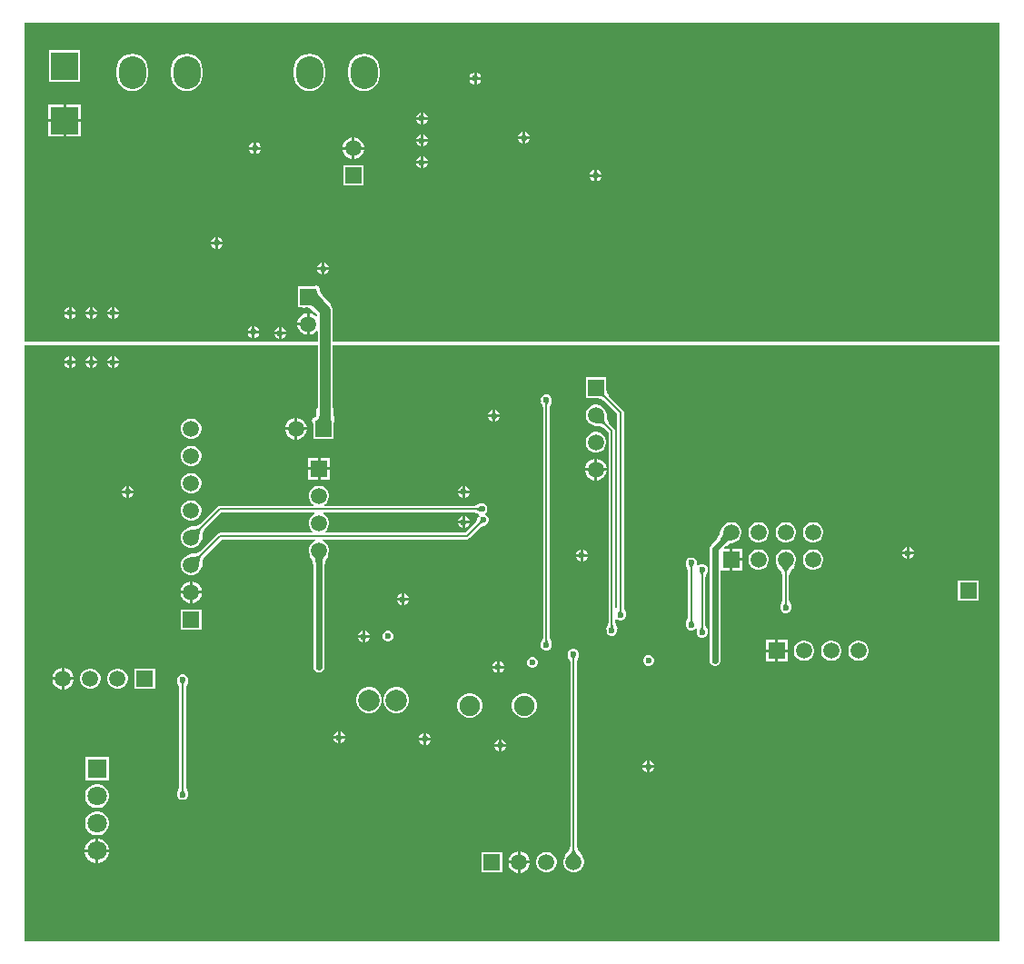
<source format=gbl>
G04*
G04 #@! TF.GenerationSoftware,Altium Limited,Altium Designer,22.2.1 (43)*
G04*
G04 Layer_Physical_Order=2*
G04 Layer_Color=10275833*
%FSLAX24Y24*%
%MOIN*%
G70*
G04*
G04 #@! TF.SameCoordinates,347B6F40-84C8-4AAD-98B2-BBB097A6B523*
G04*
G04*
G04 #@! TF.FilePolarity,Positive*
G04*
G01*
G75*
%ADD12C,0.0079*%
%ADD58C,0.0394*%
%ADD60C,0.0236*%
%ADD63C,0.0591*%
%ADD64R,0.0591X0.0591*%
%ADD65R,0.0591X0.0591*%
%ADD66R,0.0709X0.0709*%
%ADD67C,0.0709*%
%ADD68O,0.1000X0.1200*%
%ADD69R,0.0984X0.0984*%
%ADD70C,0.0750*%
%ADD71C,0.0787*%
%ADD72C,0.0236*%
G36*
X10810Y23992D02*
X10823Y23945D01*
X10843Y23894D01*
X10873Y23839D01*
X10910Y23780D01*
X10956Y23716D01*
X11073Y23575D01*
X11223Y23416D01*
X10915Y23168D01*
X10831Y23249D01*
X10682Y23376D01*
X10617Y23422D01*
X10558Y23456D01*
X10505Y23478D01*
X10459Y23488D01*
X10419Y23486D01*
X10386Y23473D01*
X10359Y23447D01*
X10806Y24034D01*
X10810Y23992D01*
D02*
G37*
G36*
X35884Y22139D02*
X35884Y22089D01*
X11412D01*
Y23228D01*
X11402Y23300D01*
X11374Y23367D01*
X11343Y23408D01*
X11343Y23408D01*
X11344Y23413D01*
X11341Y23432D01*
X11339Y23450D01*
X11337Y23455D01*
X11336Y23460D01*
X11326Y23475D01*
X11317Y23492D01*
X11313Y23495D01*
X11311Y23499D01*
X11163Y23655D01*
X11052Y23789D01*
X11010Y23847D01*
X10977Y23900D01*
X10953Y23946D01*
X10937Y23984D01*
X10929Y24014D01*
X10926Y24046D01*
X10925Y24048D01*
X10925Y24050D01*
X10918Y24071D01*
X10912Y24091D01*
X10911Y24093D01*
X10910Y24095D01*
X10896Y24111D01*
X10882Y24127D01*
X10880Y24128D01*
X10879Y24130D01*
X10860Y24139D01*
X10841Y24149D01*
X10839Y24150D01*
X10837Y24151D01*
X10815Y24152D01*
X10794Y24154D01*
X10792Y24153D01*
X10790Y24154D01*
X10770Y24147D01*
X10749Y24140D01*
X10747Y24139D01*
X10745Y24138D01*
X10729Y24124D01*
X10717Y24114D01*
X10138D01*
Y23366D01*
X10270D01*
X10271Y23365D01*
X10279Y23359D01*
X10286Y23352D01*
X10298Y23345D01*
X10309Y23338D01*
X10319Y23335D01*
X10328Y23331D01*
X10341Y23330D01*
X10355Y23327D01*
X10365Y23329D01*
X10375Y23328D01*
X10388Y23332D01*
X10401Y23335D01*
X10410Y23340D01*
X10419Y23343D01*
X10429Y23352D01*
X10441Y23360D01*
X10448Y23366D01*
X10453D01*
X10469Y23363D01*
X10504Y23348D01*
X10552Y23320D01*
X10608Y23281D01*
X10750Y23160D01*
X10832Y23081D01*
X10845Y23072D01*
X10846Y23072D01*
X10842Y23037D01*
X10793Y23018D01*
X10755Y23056D01*
X10664Y23108D01*
X10564Y23135D01*
X10562D01*
Y22740D01*
Y22345D01*
X10564D01*
X10664Y22372D01*
X10755Y22424D01*
X10806Y22475D01*
X10856Y22454D01*
Y22089D01*
X100D01*
Y33797D01*
X35884D01*
X35884Y22139D01*
D02*
G37*
G36*
X11331Y19511D02*
X11352Y19196D01*
X11357Y19192D01*
X10769D01*
X10801Y19196D01*
X10829Y19207D01*
X10855Y19227D01*
X10876Y19255D01*
X10895Y19290D01*
X10910Y19333D01*
X10922Y19385D01*
X10930Y19444D01*
X10935Y19511D01*
X10937Y19585D01*
X11331D01*
X11331Y19511D01*
D02*
G37*
G36*
X35884Y100D02*
X100D01*
Y21969D01*
X10856D01*
Y19674D01*
X10854Y19672D01*
X10853Y19671D01*
X10852Y19671D01*
X10839Y19652D01*
X10827Y19634D01*
X10826Y19633D01*
X10826Y19632D01*
X10821Y19610D01*
X10816Y19588D01*
X10815Y19516D01*
X10810Y19457D01*
X10803Y19407D01*
X10794Y19367D01*
X10784Y19338D01*
X10775Y19321D01*
X10769Y19313D01*
X10769Y19313D01*
X10754Y19311D01*
X10739Y19306D01*
X10723Y19303D01*
X10717Y19299D01*
X10710Y19296D01*
X10697Y19286D01*
X10684Y19277D01*
X10680Y19271D01*
X10674Y19266D01*
X10667Y19251D01*
X10658Y19238D01*
X10656Y19230D01*
X10653Y19224D01*
X10652Y19208D01*
X10648Y19192D01*
X10650Y19184D01*
X10649Y19177D01*
X10654Y19162D01*
X10658Y19146D01*
X10662Y19139D01*
X10664Y19132D01*
X10675Y19120D01*
X10684Y19107D01*
X10689Y19103D01*
Y18524D01*
X11437D01*
Y19103D01*
X11442Y19107D01*
X11446Y19113D01*
X11452Y19118D01*
X11459Y19132D01*
X11468Y19146D01*
X11470Y19153D01*
X11473Y19159D01*
X11474Y19176D01*
X11477Y19192D01*
X11476Y19199D01*
X11477Y19206D01*
X11472Y19222D01*
X11471Y19226D01*
X11451Y19515D01*
X11451Y19586D01*
X11446Y19609D01*
X11442Y19632D01*
X11442Y19632D01*
X11442Y19632D01*
X11429Y19651D01*
X11416Y19671D01*
X11416Y19671D01*
X11415Y19671D01*
X11412Y19673D01*
Y21969D01*
X35884D01*
X35884Y100D01*
D02*
G37*
%LPC*%
G36*
X16689Y31970D02*
Y31805D01*
X16855D01*
X16824Y31878D01*
X16763Y31940D01*
X16689Y31970D01*
D02*
G37*
G36*
X16589D02*
X16516Y31940D01*
X16454Y31878D01*
X16424Y31805D01*
X16589D01*
Y31970D01*
D02*
G37*
G36*
X2146Y32776D02*
X1004D01*
Y31634D01*
X2146D01*
Y32776D01*
D02*
G37*
G36*
X16855Y31705D02*
X16689D01*
Y31539D01*
X16763Y31570D01*
X16824Y31631D01*
X16855Y31705D01*
D02*
G37*
G36*
X16589D02*
X16424D01*
X16454Y31631D01*
X16516Y31570D01*
X16589Y31539D01*
Y31705D01*
D02*
G37*
G36*
X12557Y32652D02*
X12406Y32632D01*
X12265Y32574D01*
X12144Y32481D01*
X12052Y32360D01*
X11993Y32220D01*
X11973Y32069D01*
Y31869D01*
X11993Y31717D01*
X12052Y31577D01*
X12144Y31456D01*
X12265Y31363D01*
X12406Y31305D01*
X12557Y31285D01*
X12708Y31305D01*
X12849Y31363D01*
X12970Y31456D01*
X13063Y31577D01*
X13121Y31717D01*
X13141Y31869D01*
Y32069D01*
X13121Y32220D01*
X13063Y32360D01*
X12970Y32481D01*
X12849Y32574D01*
X12708Y32632D01*
X12557Y32652D01*
D02*
G37*
G36*
X10557D02*
X10406Y32632D01*
X10265Y32574D01*
X10144Y32481D01*
X10052Y32360D01*
X9993Y32220D01*
X9973Y32069D01*
Y31869D01*
X9993Y31717D01*
X10052Y31577D01*
X10144Y31456D01*
X10265Y31363D01*
X10406Y31305D01*
X10557Y31285D01*
X10708Y31305D01*
X10849Y31363D01*
X10970Y31456D01*
X11063Y31577D01*
X11121Y31717D01*
X11141Y31869D01*
Y32069D01*
X11121Y32220D01*
X11063Y32360D01*
X10970Y32481D01*
X10849Y32574D01*
X10708Y32632D01*
X10557Y32652D01*
D02*
G37*
G36*
X6057D02*
X5906Y32632D01*
X5765Y32574D01*
X5644Y32481D01*
X5552Y32360D01*
X5493Y32220D01*
X5473Y32069D01*
Y31869D01*
X5493Y31717D01*
X5552Y31577D01*
X5644Y31456D01*
X5765Y31363D01*
X5906Y31305D01*
X6057Y31285D01*
X6208Y31305D01*
X6349Y31363D01*
X6470Y31456D01*
X6563Y31577D01*
X6621Y31717D01*
X6641Y31869D01*
Y32069D01*
X6621Y32220D01*
X6563Y32360D01*
X6470Y32481D01*
X6349Y32574D01*
X6208Y32632D01*
X6057Y32652D01*
D02*
G37*
G36*
X4057D02*
X3906Y32632D01*
X3765Y32574D01*
X3644Y32481D01*
X3552Y32360D01*
X3493Y32220D01*
X3473Y32069D01*
Y31869D01*
X3493Y31717D01*
X3552Y31577D01*
X3644Y31456D01*
X3765Y31363D01*
X3906Y31305D01*
X4057Y31285D01*
X4208Y31305D01*
X4349Y31363D01*
X4470Y31456D01*
X4563Y31577D01*
X4621Y31717D01*
X4641Y31869D01*
Y32069D01*
X4621Y32220D01*
X4563Y32360D01*
X4470Y32481D01*
X4349Y32574D01*
X4208Y32632D01*
X4057Y32652D01*
D02*
G37*
G36*
X14735Y30491D02*
Y30326D01*
X14900D01*
X14870Y30399D01*
X14809Y30461D01*
X14735Y30491D01*
D02*
G37*
G36*
X14635D02*
X14561Y30461D01*
X14500Y30399D01*
X14470Y30326D01*
X14635D01*
Y30491D01*
D02*
G37*
G36*
X2167Y30797D02*
X1625D01*
Y30255D01*
X2167D01*
Y30797D01*
D02*
G37*
G36*
X1525D02*
X983D01*
Y30255D01*
X1525D01*
Y30797D01*
D02*
G37*
G36*
X14900Y30226D02*
X14735D01*
Y30060D01*
X14809Y30091D01*
X14870Y30152D01*
X14900Y30226D01*
D02*
G37*
G36*
X14635D02*
X14470D01*
X14500Y30152D01*
X14561Y30091D01*
X14635Y30060D01*
Y30226D01*
D02*
G37*
G36*
X18475Y29782D02*
Y29617D01*
X18641D01*
X18610Y29690D01*
X18549Y29752D01*
X18475Y29782D01*
D02*
G37*
G36*
X18375D02*
X18302Y29752D01*
X18240Y29690D01*
X18210Y29617D01*
X18375D01*
Y29782D01*
D02*
G37*
G36*
X2167Y30155D02*
X1625D01*
Y29613D01*
X2167D01*
Y30155D01*
D02*
G37*
G36*
X1525D02*
X983D01*
Y29613D01*
X1525D01*
Y30155D01*
D02*
G37*
G36*
X14735Y29684D02*
Y29518D01*
X14900D01*
X14870Y29592D01*
X14809Y29653D01*
X14735Y29684D01*
D02*
G37*
G36*
X14635D02*
X14561Y29653D01*
X14500Y29592D01*
X14470Y29518D01*
X14635D01*
Y29684D01*
D02*
G37*
G36*
X18641Y29517D02*
X18475D01*
Y29352D01*
X18549Y29382D01*
X18610Y29443D01*
X18641Y29517D01*
D02*
G37*
G36*
X18375D02*
X18210D01*
X18240Y29443D01*
X18302Y29382D01*
X18375Y29352D01*
Y29517D01*
D02*
G37*
G36*
X14900Y29418D02*
X14735D01*
Y29253D01*
X14809Y29284D01*
X14870Y29345D01*
X14900Y29418D01*
D02*
G37*
G36*
X14635D02*
X14470D01*
X14500Y29345D01*
X14561Y29284D01*
X14635Y29253D01*
Y29418D01*
D02*
G37*
G36*
X8617Y29404D02*
Y29239D01*
X8782D01*
X8752Y29313D01*
X8690Y29374D01*
X8617Y29404D01*
D02*
G37*
G36*
X8517D02*
X8443Y29374D01*
X8382Y29313D01*
X8352Y29239D01*
X8517D01*
Y29404D01*
D02*
G37*
G36*
X12217Y29584D02*
X12215D01*
Y29239D01*
X12561D01*
Y29241D01*
X12534Y29342D01*
X12482Y29432D01*
X12408Y29505D01*
X12318Y29557D01*
X12217Y29584D01*
D02*
G37*
G36*
X12115D02*
X12113D01*
X12013Y29557D01*
X11923Y29505D01*
X11849Y29432D01*
X11797Y29342D01*
X11770Y29241D01*
Y29239D01*
X12115D01*
Y29584D01*
D02*
G37*
G36*
X8782Y29139D02*
X8617D01*
Y28974D01*
X8690Y29004D01*
X8752Y29065D01*
X8782Y29139D01*
D02*
G37*
G36*
X8517D02*
X8352D01*
X8382Y29065D01*
X8443Y29004D01*
X8517Y28974D01*
Y29139D01*
D02*
G37*
G36*
X12561Y29139D02*
X12215D01*
Y28794D01*
X12217D01*
X12318Y28821D01*
X12408Y28873D01*
X12482Y28946D01*
X12534Y29036D01*
X12561Y29137D01*
Y29139D01*
D02*
G37*
G36*
X12115D02*
X11770D01*
Y29137D01*
X11797Y29036D01*
X11849Y28946D01*
X11923Y28873D01*
X12013Y28821D01*
X12113Y28794D01*
X12115D01*
Y29139D01*
D02*
G37*
G36*
X14735Y28877D02*
Y28711D01*
X14900D01*
X14870Y28785D01*
X14809Y28846D01*
X14735Y28877D01*
D02*
G37*
G36*
X14635D02*
X14561Y28846D01*
X14500Y28785D01*
X14470Y28711D01*
X14635D01*
Y28877D01*
D02*
G37*
G36*
X14900Y28611D02*
X14735D01*
Y28446D01*
X14809Y28477D01*
X14870Y28538D01*
X14900Y28611D01*
D02*
G37*
G36*
X14635D02*
X14470D01*
X14500Y28538D01*
X14561Y28477D01*
X14635Y28446D01*
Y28611D01*
D02*
G37*
G36*
X21113Y28404D02*
Y28239D01*
X21278D01*
X21248Y28313D01*
X21187Y28374D01*
X21113Y28404D01*
D02*
G37*
G36*
X21013D02*
X20939Y28374D01*
X20878Y28313D01*
X20848Y28239D01*
X21013D01*
Y28404D01*
D02*
G37*
G36*
X21278Y28139D02*
X21113D01*
Y27974D01*
X21187Y28004D01*
X21248Y28065D01*
X21278Y28139D01*
D02*
G37*
G36*
X21013D02*
X20848D01*
X20878Y28065D01*
X20939Y28004D01*
X21013Y27974D01*
Y28139D01*
D02*
G37*
G36*
X12539Y28563D02*
X11791D01*
Y27815D01*
X12539D01*
Y28563D01*
D02*
G37*
G36*
X7215Y25924D02*
Y25759D01*
X7381D01*
X7350Y25832D01*
X7289Y25894D01*
X7215Y25924D01*
D02*
G37*
G36*
X7115D02*
X7042Y25894D01*
X6980Y25832D01*
X6950Y25759D01*
X7115D01*
Y25924D01*
D02*
G37*
G36*
X7381Y25659D02*
X7215D01*
Y25493D01*
X7289Y25524D01*
X7350Y25585D01*
X7381Y25659D01*
D02*
G37*
G36*
X7115D02*
X6950D01*
X6980Y25585D01*
X7042Y25524D01*
X7115Y25493D01*
Y25659D01*
D02*
G37*
G36*
X11113Y24979D02*
Y24814D01*
X11278D01*
X11248Y24887D01*
X11187Y24949D01*
X11113Y24979D01*
D02*
G37*
G36*
X11013D02*
X10939Y24949D01*
X10878Y24887D01*
X10848Y24814D01*
X11013D01*
Y24979D01*
D02*
G37*
G36*
X11278Y24714D02*
X11113D01*
Y24548D01*
X11187Y24579D01*
X11248Y24640D01*
X11278Y24714D01*
D02*
G37*
G36*
X11013D02*
X10848D01*
X10878Y24640D01*
X10939Y24579D01*
X11013Y24548D01*
Y24714D01*
D02*
G37*
G36*
X3396Y23365D02*
Y23200D01*
X3562D01*
X3531Y23273D01*
X3470Y23335D01*
X3396Y23365D01*
D02*
G37*
G36*
X3296D02*
X3223Y23335D01*
X3162Y23273D01*
X3131Y23200D01*
X3296D01*
Y23365D01*
D02*
G37*
G36*
X2609D02*
Y23200D01*
X2774D01*
X2744Y23273D01*
X2683Y23335D01*
X2609Y23365D01*
D02*
G37*
G36*
X2509D02*
X2436Y23335D01*
X2374Y23273D01*
X2344Y23200D01*
X2509D01*
Y23365D01*
D02*
G37*
G36*
X1822D02*
Y23200D01*
X1987D01*
X1957Y23273D01*
X1895Y23335D01*
X1822Y23365D01*
D02*
G37*
G36*
X1722D02*
X1648Y23335D01*
X1587Y23273D01*
X1556Y23200D01*
X1722D01*
Y23365D01*
D02*
G37*
G36*
X3562Y23100D02*
X3396D01*
Y22934D01*
X3470Y22965D01*
X3531Y23026D01*
X3562Y23100D01*
D02*
G37*
G36*
X3296D02*
X3131D01*
X3162Y23026D01*
X3223Y22965D01*
X3296Y22934D01*
Y23100D01*
D02*
G37*
G36*
X2774D02*
X2609D01*
Y22934D01*
X2683Y22965D01*
X2744Y23026D01*
X2774Y23100D01*
D02*
G37*
G36*
X2509D02*
X2344D01*
X2374Y23026D01*
X2436Y22965D01*
X2509Y22934D01*
Y23100D01*
D02*
G37*
G36*
X1987D02*
X1822D01*
Y22934D01*
X1895Y22965D01*
X1957Y23026D01*
X1987Y23100D01*
D02*
G37*
G36*
X1722D02*
X1556D01*
X1587Y23026D01*
X1648Y22965D01*
X1722Y22934D01*
Y23100D01*
D02*
G37*
G36*
X10462Y23135D02*
X10460D01*
X10359Y23108D01*
X10269Y23056D01*
X10196Y22983D01*
X10143Y22893D01*
X10117Y22792D01*
Y22790D01*
X10462D01*
Y23135D01*
D02*
G37*
G36*
X8554Y22656D02*
Y22491D01*
X8719D01*
X8689Y22564D01*
X8627Y22626D01*
X8554Y22656D01*
D02*
G37*
G36*
X8454D02*
X8380Y22626D01*
X8319Y22564D01*
X8289Y22491D01*
X8454D01*
Y22656D01*
D02*
G37*
G36*
X9538Y22617D02*
Y22452D01*
X9704D01*
X9673Y22525D01*
X9612Y22586D01*
X9538Y22617D01*
D02*
G37*
G36*
X9438D02*
X9365Y22586D01*
X9303Y22525D01*
X9273Y22452D01*
X9438D01*
Y22617D01*
D02*
G37*
G36*
X10462Y22690D02*
X10117D01*
Y22688D01*
X10143Y22588D01*
X10196Y22497D01*
X10269Y22424D01*
X10359Y22372D01*
X10460Y22345D01*
X10462D01*
Y22690D01*
D02*
G37*
G36*
X8719Y22391D02*
X8554D01*
Y22226D01*
X8627Y22256D01*
X8689Y22317D01*
X8719Y22391D01*
D02*
G37*
G36*
X8454D02*
X8289D01*
X8319Y22317D01*
X8380Y22256D01*
X8454Y22226D01*
Y22391D01*
D02*
G37*
G36*
X9704Y22352D02*
X9538D01*
Y22186D01*
X9612Y22217D01*
X9673Y22278D01*
X9704Y22352D01*
D02*
G37*
G36*
X9438D02*
X9273D01*
X9303Y22278D01*
X9365Y22217D01*
X9438Y22186D01*
Y22352D01*
D02*
G37*
G36*
X3396Y21554D02*
Y21389D01*
X3562D01*
X3531Y21462D01*
X3470Y21523D01*
X3396Y21554D01*
D02*
G37*
G36*
X3296D02*
X3223Y21523D01*
X3162Y21462D01*
X3131Y21389D01*
X3296D01*
Y21554D01*
D02*
G37*
G36*
X2609D02*
Y21389D01*
X2774D01*
X2744Y21462D01*
X2683Y21523D01*
X2609Y21554D01*
D02*
G37*
G36*
X2509D02*
X2436Y21523D01*
X2374Y21462D01*
X2344Y21389D01*
X2509D01*
Y21554D01*
D02*
G37*
G36*
X1822D02*
Y21389D01*
X1987D01*
X1957Y21462D01*
X1895Y21523D01*
X1822Y21554D01*
D02*
G37*
G36*
X1722D02*
X1648Y21523D01*
X1587Y21462D01*
X1556Y21389D01*
X1722D01*
Y21554D01*
D02*
G37*
G36*
X3562Y21289D02*
X3396D01*
Y21123D01*
X3470Y21154D01*
X3531Y21215D01*
X3562Y21289D01*
D02*
G37*
G36*
X3296D02*
X3131D01*
X3162Y21215D01*
X3223Y21154D01*
X3296Y21123D01*
Y21289D01*
D02*
G37*
G36*
X2774D02*
X2609D01*
Y21123D01*
X2683Y21154D01*
X2744Y21215D01*
X2774Y21289D01*
D02*
G37*
G36*
X2509D02*
X2344D01*
X2374Y21215D01*
X2436Y21154D01*
X2509Y21123D01*
Y21289D01*
D02*
G37*
G36*
X1987D02*
X1822D01*
Y21123D01*
X1895Y21154D01*
X1957Y21215D01*
X1987Y21289D01*
D02*
G37*
G36*
X1722D02*
X1556D01*
X1587Y21215D01*
X1648Y21154D01*
X1722Y21123D01*
Y21289D01*
D02*
G37*
G36*
X17373Y19585D02*
Y19420D01*
X17538D01*
X17508Y19494D01*
X17446Y19555D01*
X17373Y19585D01*
D02*
G37*
G36*
X17273D02*
X17199Y19555D01*
X17138Y19494D01*
X17107Y19420D01*
X17273D01*
Y19585D01*
D02*
G37*
G36*
X17538Y19320D02*
X17373D01*
Y19155D01*
X17446Y19185D01*
X17508Y19247D01*
X17538Y19320D01*
D02*
G37*
G36*
X17273D02*
X17107D01*
X17138Y19247D01*
X17199Y19185D01*
X17273Y19155D01*
Y19320D01*
D02*
G37*
G36*
X10115Y19293D02*
X10113D01*
Y18948D01*
X10458D01*
Y18950D01*
X10431Y19050D01*
X10379Y19140D01*
X10306Y19214D01*
X10216Y19266D01*
X10115Y19293D01*
D02*
G37*
G36*
X10013D02*
X10011D01*
X9910Y19266D01*
X9820Y19214D01*
X9747Y19140D01*
X9695Y19050D01*
X9668Y18950D01*
Y18948D01*
X10013D01*
Y19293D01*
D02*
G37*
G36*
X6270Y19272D02*
X6171D01*
X6076Y19246D01*
X5991Y19197D01*
X5921Y19127D01*
X5872Y19042D01*
X5846Y18947D01*
Y18848D01*
X5872Y18753D01*
X5921Y18668D01*
X5991Y18598D01*
X6076Y18549D01*
X6171Y18524D01*
X6270D01*
X6365Y18549D01*
X6450Y18598D01*
X6520Y18668D01*
X6569Y18753D01*
X6594Y18848D01*
Y18947D01*
X6569Y19042D01*
X6520Y19127D01*
X6450Y19197D01*
X6365Y19246D01*
X6270Y19272D01*
D02*
G37*
G36*
X10458Y18848D02*
X10113D01*
Y18502D01*
X10115D01*
X10216Y18529D01*
X10306Y18581D01*
X10379Y18655D01*
X10431Y18745D01*
X10458Y18846D01*
Y18848D01*
D02*
G37*
G36*
X10013D02*
X9668D01*
Y18846D01*
X9695Y18745D01*
X9747Y18655D01*
X9820Y18581D01*
X9910Y18529D01*
X10011Y18502D01*
X10013D01*
Y18848D01*
D02*
G37*
G36*
X21112Y18776D02*
X21014D01*
X20919Y18750D01*
X20833Y18701D01*
X20764Y18631D01*
X20714Y18546D01*
X20689Y18451D01*
Y18352D01*
X20714Y18257D01*
X20764Y18172D01*
X20833Y18102D01*
X20919Y18053D01*
X21014Y18028D01*
X21112D01*
X21207Y18053D01*
X21293Y18102D01*
X21362Y18172D01*
X21412Y18257D01*
X21437Y18352D01*
Y18451D01*
X21412Y18546D01*
X21362Y18631D01*
X21293Y18701D01*
X21207Y18750D01*
X21112Y18776D01*
D02*
G37*
G36*
X6270Y18272D02*
X6171D01*
X6076Y18246D01*
X5991Y18197D01*
X5921Y18127D01*
X5872Y18042D01*
X5846Y17947D01*
Y17848D01*
X5872Y17753D01*
X5921Y17668D01*
X5991Y17598D01*
X6076Y17549D01*
X6171Y17524D01*
X6270D01*
X6365Y17549D01*
X6450Y17598D01*
X6520Y17668D01*
X6569Y17753D01*
X6594Y17848D01*
Y17947D01*
X6569Y18042D01*
X6520Y18127D01*
X6450Y18197D01*
X6365Y18246D01*
X6270Y18272D01*
D02*
G37*
G36*
X11301Y17828D02*
X10956D01*
Y17483D01*
X11301D01*
Y17828D01*
D02*
G37*
G36*
X10856D02*
X10510D01*
Y17483D01*
X10856D01*
Y17828D01*
D02*
G37*
G36*
X21115Y17797D02*
X21113D01*
Y17452D01*
X21458D01*
Y17454D01*
X21431Y17554D01*
X21379Y17644D01*
X21306Y17718D01*
X21216Y17770D01*
X21115Y17797D01*
D02*
G37*
G36*
X21013D02*
X21011D01*
X20910Y17770D01*
X20820Y17718D01*
X20747Y17644D01*
X20695Y17554D01*
X20668Y17454D01*
Y17452D01*
X21013D01*
Y17797D01*
D02*
G37*
G36*
X11301Y17383D02*
X10956D01*
Y17038D01*
X11301D01*
Y17383D01*
D02*
G37*
G36*
X10856D02*
X10510D01*
Y17038D01*
X10856D01*
Y17383D01*
D02*
G37*
G36*
X21458Y17352D02*
X21113D01*
Y17006D01*
X21115D01*
X21216Y17033D01*
X21306Y17085D01*
X21379Y17159D01*
X21431Y17249D01*
X21458Y17350D01*
Y17352D01*
D02*
G37*
G36*
X21013D02*
X20668D01*
Y17350D01*
X20695Y17249D01*
X20747Y17159D01*
X20820Y17085D01*
X20910Y17033D01*
X21011Y17006D01*
X21013D01*
Y17352D01*
D02*
G37*
G36*
X16270Y16790D02*
Y16625D01*
X16436D01*
X16405Y16698D01*
X16344Y16760D01*
X16270Y16790D01*
D02*
G37*
G36*
X16170D02*
X16097Y16760D01*
X16036Y16698D01*
X16005Y16625D01*
X16170D01*
Y16790D01*
D02*
G37*
G36*
X3948D02*
Y16625D01*
X4113D01*
X4083Y16698D01*
X4021Y16760D01*
X3948Y16790D01*
D02*
G37*
G36*
X3848D02*
X3774Y16760D01*
X3713Y16698D01*
X3682Y16625D01*
X3848D01*
Y16790D01*
D02*
G37*
G36*
X6270Y17272D02*
X6171D01*
X6076Y17246D01*
X5991Y17197D01*
X5921Y17127D01*
X5872Y17042D01*
X5846Y16947D01*
Y16848D01*
X5872Y16753D01*
X5921Y16668D01*
X5991Y16598D01*
X6076Y16549D01*
X6171Y16524D01*
X6270D01*
X6365Y16549D01*
X6450Y16598D01*
X6520Y16668D01*
X6569Y16753D01*
X6594Y16848D01*
Y16947D01*
X6569Y17042D01*
X6520Y17127D01*
X6450Y17197D01*
X6365Y17246D01*
X6270Y17272D01*
D02*
G37*
G36*
X16436Y16525D02*
X16270D01*
Y16359D01*
X16344Y16390D01*
X16405Y16451D01*
X16436Y16525D01*
D02*
G37*
G36*
X16170D02*
X16005D01*
X16036Y16451D01*
X16097Y16390D01*
X16170Y16359D01*
Y16525D01*
D02*
G37*
G36*
X4113D02*
X3948D01*
Y16359D01*
X4021Y16390D01*
X4083Y16451D01*
X4113Y16525D01*
D02*
G37*
G36*
X3848D02*
X3682D01*
X3713Y16451D01*
X3774Y16390D01*
X3848Y16359D01*
Y16525D01*
D02*
G37*
G36*
X10955Y16807D02*
X10856D01*
X10761Y16782D01*
X10676Y16732D01*
X10606Y16663D01*
X10557Y16577D01*
X10532Y16482D01*
Y16384D01*
X10557Y16289D01*
X10606Y16203D01*
X10676Y16134D01*
X10708Y16115D01*
X10694Y16065D01*
X7268D01*
X7268Y16065D01*
X7222Y16056D01*
X7183Y16030D01*
X7183Y16030D01*
X6530Y15377D01*
X6525Y15378D01*
X6507Y15374D01*
X6488Y15372D01*
X6484Y15370D01*
X6479Y15369D01*
X6463Y15359D01*
X6447Y15350D01*
X6439Y15343D01*
X6435Y15340D01*
X6425Y15336D01*
X6410Y15331D01*
X6390Y15326D01*
X6366Y15321D01*
X6338Y15318D01*
X6265Y15314D01*
X6223Y15313D01*
X6200Y15309D01*
X6177Y15304D01*
X6177Y15304D01*
X6177Y15304D01*
X6158Y15291D01*
X6138Y15278D01*
X6138Y15278D01*
X6138Y15278D01*
X6126Y15259D01*
X6076Y15246D01*
X5991Y15197D01*
X5921Y15127D01*
X5872Y15042D01*
X5846Y14947D01*
Y14848D01*
X5872Y14753D01*
X5921Y14668D01*
X5991Y14598D01*
X6076Y14549D01*
X6171Y14524D01*
X6270D01*
X6365Y14549D01*
X6450Y14598D01*
X6520Y14668D01*
X6569Y14753D01*
X6582Y14803D01*
X6600Y14815D01*
X6601Y14815D01*
X6601Y14815D01*
X6614Y14835D01*
X6627Y14854D01*
X6627Y14854D01*
X6627Y14855D01*
X6632Y14877D01*
X6636Y14900D01*
X6636Y14942D01*
X6641Y15015D01*
X6644Y15043D01*
X6649Y15068D01*
X6654Y15087D01*
X6659Y15102D01*
X6663Y15112D01*
X6666Y15116D01*
X6673Y15124D01*
X6682Y15141D01*
X6692Y15156D01*
X6693Y15161D01*
X6695Y15166D01*
X6697Y15184D01*
X6701Y15202D01*
X6700Y15207D01*
X7318Y15824D01*
X10735D01*
X10749Y15774D01*
X10676Y15732D01*
X10606Y15663D01*
X10557Y15577D01*
X10532Y15482D01*
Y15384D01*
X10557Y15289D01*
X10606Y15203D01*
X10676Y15134D01*
X10681Y15131D01*
X10667Y15081D01*
X7283D01*
X7283Y15081D01*
X7237Y15072D01*
X7198Y15046D01*
X7198Y15046D01*
X6530Y14377D01*
X6525Y14378D01*
X6507Y14375D01*
X6488Y14372D01*
X6484Y14370D01*
X6479Y14369D01*
X6463Y14359D01*
X6447Y14350D01*
X6439Y14343D01*
X6435Y14340D01*
X6425Y14336D01*
X6410Y14331D01*
X6390Y14326D01*
X6366Y14321D01*
X6338Y14318D01*
X6265Y14314D01*
X6223Y14313D01*
X6200Y14309D01*
X6177Y14304D01*
X6177Y14304D01*
X6177Y14304D01*
X6158Y14291D01*
X6138Y14278D01*
X6138Y14278D01*
X6138Y14278D01*
X6126Y14260D01*
X6076Y14246D01*
X5991Y14197D01*
X5921Y14127D01*
X5872Y14042D01*
X5846Y13947D01*
Y13848D01*
X5872Y13753D01*
X5921Y13668D01*
X5991Y13598D01*
X6076Y13549D01*
X6171Y13524D01*
X6270D01*
X6365Y13549D01*
X6450Y13598D01*
X6520Y13668D01*
X6569Y13753D01*
X6582Y13803D01*
X6600Y13815D01*
X6601Y13815D01*
X6601Y13815D01*
X6614Y13835D01*
X6627Y13854D01*
X6627Y13854D01*
X6627Y13855D01*
X6632Y13877D01*
X6636Y13900D01*
X6636Y13942D01*
X6641Y14015D01*
X6644Y14043D01*
X6649Y14068D01*
X6654Y14087D01*
X6659Y14102D01*
X6663Y14112D01*
X6666Y14116D01*
X6673Y14124D01*
X6682Y14141D01*
X6692Y14156D01*
X6693Y14161D01*
X6695Y14166D01*
X6697Y14184D01*
X6701Y14202D01*
X6700Y14207D01*
X7333Y14840D01*
X10787D01*
X10793Y14790D01*
X10761Y14782D01*
X10676Y14732D01*
X10606Y14663D01*
X10557Y14577D01*
X10532Y14482D01*
Y14384D01*
X10557Y14289D01*
X10583Y14244D01*
X10578Y14226D01*
X10579Y14224D01*
X10578Y14222D01*
X10583Y14201D01*
X10586Y14180D01*
X10587Y14178D01*
X10588Y14176D01*
X10600Y14158D01*
X10611Y14140D01*
X10624Y14126D01*
X10633Y14115D01*
X10640Y14103D01*
X10647Y14091D01*
X10652Y14077D01*
X10657Y14062D01*
X10661Y14046D01*
X10664Y14027D01*
X10666Y14007D01*
X10667Y13982D01*
X10672Y13960D01*
X10676Y13939D01*
X10677Y13938D01*
X10678Y13936D01*
X10690Y13918D01*
X10702Y13900D01*
X10704Y13899D01*
X10705Y13898D01*
Y10157D01*
X10709Y10138D01*
Y10118D01*
X10716Y10100D01*
X10720Y10081D01*
X10731Y10064D01*
X10739Y10046D01*
X10753Y10032D01*
X10764Y10016D01*
X10780Y10005D01*
X10794Y9991D01*
X10812Y9983D01*
X10829Y9972D01*
X10848Y9968D01*
X10866Y9961D01*
X10886D01*
X10906Y9957D01*
X10925Y9961D01*
X10945D01*
X10963Y9968D01*
X10982Y9972D01*
X10999Y9983D01*
X11017Y9991D01*
X11031Y10005D01*
X11047Y10016D01*
X11058Y10032D01*
X11072Y10046D01*
X11080Y10064D01*
X11091Y10081D01*
X11095Y10100D01*
X11102Y10118D01*
Y10138D01*
X11106Y10157D01*
Y13898D01*
X11107Y13899D01*
X11109Y13900D01*
X11121Y13918D01*
X11133Y13936D01*
X11134Y13938D01*
X11135Y13939D01*
X11139Y13960D01*
X11144Y13982D01*
X11145Y14007D01*
X11147Y14027D01*
X11150Y14046D01*
X11154Y14062D01*
X11159Y14077D01*
X11164Y14091D01*
X11171Y14103D01*
X11178Y14115D01*
X11187Y14126D01*
X11200Y14140D01*
X11212Y14158D01*
X11223Y14176D01*
X11224Y14178D01*
X11225Y14180D01*
X11228Y14201D01*
X11233Y14222D01*
X11232Y14224D01*
X11233Y14226D01*
X11228Y14244D01*
X11254Y14289D01*
X11280Y14384D01*
Y14482D01*
X11254Y14577D01*
X11205Y14663D01*
X11135Y14732D01*
X11050Y14782D01*
X11018Y14790D01*
X11024Y14840D01*
X16339D01*
X16339Y14840D01*
X16385Y14849D01*
X16424Y14875D01*
X16823Y15274D01*
X16823Y15274D01*
X16826Y15275D01*
X16828Y15274D01*
X16849Y15278D01*
X16870Y15281D01*
X16872Y15283D01*
X16874Y15283D01*
X16892Y15295D01*
X16910Y15306D01*
X16914Y15310D01*
X16915Y15311D01*
X16915Y15311D01*
X16916Y15311D01*
X16916Y15311D01*
X16917Y15312D01*
X16918Y15312D01*
X16920Y15312D01*
X16923Y15313D01*
X16931Y15313D01*
X16952Y15317D01*
X16974Y15322D01*
X16975Y15323D01*
X16977Y15323D01*
X16995Y15336D01*
X17013Y15348D01*
X17014Y15349D01*
X17015Y15350D01*
X17027Y15369D01*
X17036Y15382D01*
X17041Y15384D01*
X17096Y15440D01*
X17126Y15512D01*
Y15590D01*
X17096Y15663D01*
X17041Y15718D01*
X17014Y15729D01*
X17009Y15749D01*
X17009Y15785D01*
X17057Y15833D01*
X17087Y15906D01*
Y15984D01*
X17057Y16056D01*
X17001Y16112D01*
X16929Y16142D01*
X16851D01*
X16846Y16140D01*
X16830Y16143D01*
X16808Y16148D01*
X16807Y16148D01*
X16805Y16148D01*
X16784Y16144D01*
X16762Y16140D01*
X16761Y16139D01*
X16759Y16139D01*
X16741Y16127D01*
X16722Y16115D01*
X16717Y16109D01*
X16714Y16108D01*
X16713Y16106D01*
X16712Y16106D01*
X16711Y16105D01*
X16711Y16105D01*
X16710Y16105D01*
X16710Y16105D01*
X16709Y16105D01*
X16703Y16105D01*
X16682Y16100D01*
X16661Y16096D01*
X16659Y16094D01*
X16657Y16094D01*
X16640Y16081D01*
X16622Y16069D01*
X16621Y16067D01*
X16619Y16066D01*
X16619Y16065D01*
X11117D01*
X11103Y16115D01*
X11135Y16134D01*
X11205Y16203D01*
X11254Y16289D01*
X11280Y16384D01*
Y16482D01*
X11254Y16577D01*
X11205Y16663D01*
X11135Y16732D01*
X11050Y16782D01*
X10955Y16807D01*
D02*
G37*
G36*
X6270Y16272D02*
X6171D01*
X6076Y16246D01*
X5991Y16197D01*
X5921Y16127D01*
X5872Y16042D01*
X5846Y15947D01*
Y15848D01*
X5872Y15753D01*
X5921Y15668D01*
X5991Y15598D01*
X6076Y15549D01*
X6171Y15524D01*
X6270D01*
X6365Y15549D01*
X6450Y15598D01*
X6520Y15668D01*
X6569Y15753D01*
X6594Y15848D01*
Y15947D01*
X6569Y16042D01*
X6520Y16127D01*
X6450Y16197D01*
X6365Y16246D01*
X6270Y16272D01*
D02*
G37*
G36*
X29081Y15468D02*
X28982D01*
X28887Y15443D01*
X28802Y15394D01*
X28732Y15324D01*
X28683Y15239D01*
X28657Y15144D01*
Y15045D01*
X28683Y14950D01*
X28732Y14865D01*
X28802Y14795D01*
X28887Y14746D01*
X28982Y14720D01*
X29081D01*
X29176Y14746D01*
X29261Y14795D01*
X29331Y14865D01*
X29380Y14950D01*
X29406Y15045D01*
Y15144D01*
X29380Y15239D01*
X29331Y15324D01*
X29261Y15394D01*
X29176Y15443D01*
X29081Y15468D01*
D02*
G37*
G36*
X28081D02*
X27982D01*
X27887Y15443D01*
X27802Y15394D01*
X27732Y15324D01*
X27683Y15239D01*
X27657Y15144D01*
Y15045D01*
X27683Y14950D01*
X27732Y14865D01*
X27802Y14795D01*
X27887Y14746D01*
X27982Y14720D01*
X28081D01*
X28176Y14746D01*
X28261Y14795D01*
X28331Y14865D01*
X28380Y14950D01*
X28406Y15045D01*
Y15144D01*
X28380Y15239D01*
X28331Y15324D01*
X28261Y15394D01*
X28176Y15443D01*
X28081Y15468D01*
D02*
G37*
G36*
X27081D02*
X26982D01*
X26887Y15443D01*
X26802Y15394D01*
X26732Y15324D01*
X26683Y15239D01*
X26657Y15144D01*
Y15045D01*
X26683Y14950D01*
X26732Y14865D01*
X26802Y14795D01*
X26887Y14746D01*
X26982Y14720D01*
X27081D01*
X27176Y14746D01*
X27261Y14795D01*
X27331Y14865D01*
X27380Y14950D01*
X27406Y15045D01*
Y15144D01*
X27380Y15239D01*
X27331Y15324D01*
X27261Y15394D01*
X27176Y15443D01*
X27081Y15468D01*
D02*
G37*
G36*
X26081D02*
X25982D01*
X25887Y15443D01*
X25802Y15394D01*
X25732Y15324D01*
X25683Y15239D01*
X25670Y15189D01*
X25654Y15179D01*
X25653Y15178D01*
X25651Y15177D01*
X25639Y15159D01*
X25627Y15141D01*
X25626Y15139D01*
X25625Y15138D01*
X25621Y15116D01*
X25616Y15096D01*
X25615Y15076D01*
X25614Y15063D01*
X25611Y15049D01*
X25607Y15036D01*
X25601Y15022D01*
X25594Y15008D01*
X25585Y14993D01*
X25574Y14978D01*
X25561Y14963D01*
X25544Y14944D01*
X25532Y14926D01*
X25520Y14907D01*
X25520Y14906D01*
X25519Y14904D01*
X25515Y14883D01*
X25511Y14861D01*
X25511Y14860D01*
X25511Y14858D01*
X25291Y14638D01*
X25248Y14573D01*
X25232Y14496D01*
Y10394D01*
X25236Y10374D01*
Y10355D01*
X25244Y10336D01*
X25248Y10317D01*
X25259Y10300D01*
X25266Y10282D01*
X25280Y10268D01*
X25291Y10252D01*
X25308Y10241D01*
X25322Y10227D01*
X25340Y10219D01*
X25356Y10208D01*
X25376Y10204D01*
X25394Y10197D01*
X25414D01*
X25433Y10193D01*
X25452Y10197D01*
X25472D01*
X25490Y10204D01*
X25510Y10208D01*
X25526Y10219D01*
X25545Y10227D01*
X25559Y10241D01*
X25575Y10252D01*
X25586Y10268D01*
X25600Y10282D01*
X25608Y10300D01*
X25619Y10317D01*
X25622Y10336D01*
X25630Y10355D01*
Y10374D01*
X25634Y10394D01*
Y13650D01*
X25636Y13699D01*
X25982D01*
Y14094D01*
Y14490D01*
X25776D01*
X25757Y14536D01*
X25795Y14574D01*
X25797Y14574D01*
X25798Y14574D01*
X25820Y14578D01*
X25841Y14582D01*
X25843Y14583D01*
X25844Y14583D01*
X25863Y14595D01*
X25881Y14607D01*
X25900Y14624D01*
X25915Y14637D01*
X25930Y14648D01*
X25945Y14657D01*
X25959Y14664D01*
X25973Y14670D01*
X25986Y14674D01*
X26000Y14677D01*
X26013Y14678D01*
X26033Y14679D01*
X26054Y14684D01*
X26075Y14688D01*
X26076Y14689D01*
X26078Y14690D01*
X26096Y14702D01*
X26114Y14714D01*
X26115Y14716D01*
X26116Y14717D01*
X26126Y14733D01*
X26176Y14746D01*
X26261Y14795D01*
X26331Y14865D01*
X26380Y14950D01*
X26406Y15045D01*
Y15144D01*
X26380Y15239D01*
X26331Y15324D01*
X26261Y15394D01*
X26176Y15443D01*
X26081Y15468D01*
D02*
G37*
G36*
X32570Y14546D02*
Y14381D01*
X32735D01*
X32705Y14454D01*
X32643Y14516D01*
X32570Y14546D01*
D02*
G37*
G36*
X32470D02*
X32396Y14516D01*
X32335Y14454D01*
X32304Y14381D01*
X32470D01*
Y14546D01*
D02*
G37*
G36*
X20601Y14467D02*
Y14302D01*
X20767D01*
X20736Y14376D01*
X20675Y14437D01*
X20601Y14467D01*
D02*
G37*
G36*
X20501D02*
X20428Y14437D01*
X20366Y14376D01*
X20336Y14302D01*
X20501D01*
Y14467D01*
D02*
G37*
G36*
X26427Y14490D02*
X26082D01*
Y14144D01*
X26427D01*
Y14490D01*
D02*
G37*
G36*
X32735Y14281D02*
X32570D01*
Y14115D01*
X32643Y14146D01*
X32705Y14207D01*
X32735Y14281D01*
D02*
G37*
G36*
X32470D02*
X32304D01*
X32335Y14207D01*
X32396Y14146D01*
X32470Y14115D01*
Y14281D01*
D02*
G37*
G36*
X20767Y14202D02*
X20601D01*
Y14037D01*
X20675Y14067D01*
X20736Y14128D01*
X20767Y14202D01*
D02*
G37*
G36*
X20501D02*
X20336D01*
X20366Y14128D01*
X20428Y14067D01*
X20501Y14037D01*
Y14202D01*
D02*
G37*
G36*
X29081Y14468D02*
X28982D01*
X28887Y14443D01*
X28802Y14394D01*
X28732Y14324D01*
X28683Y14239D01*
X28657Y14144D01*
Y14045D01*
X28683Y13950D01*
X28732Y13865D01*
X28802Y13795D01*
X28887Y13746D01*
X28982Y13720D01*
X29081D01*
X29176Y13746D01*
X29261Y13795D01*
X29331Y13865D01*
X29380Y13950D01*
X29406Y14045D01*
Y14144D01*
X29380Y14239D01*
X29331Y14324D01*
X29261Y14394D01*
X29176Y14443D01*
X29081Y14468D01*
D02*
G37*
G36*
X27081D02*
X26982D01*
X26887Y14443D01*
X26802Y14394D01*
X26732Y14324D01*
X26683Y14239D01*
X26657Y14144D01*
Y14045D01*
X26683Y13950D01*
X26732Y13865D01*
X26802Y13795D01*
X26887Y13746D01*
X26982Y13720D01*
X27081D01*
X27176Y13746D01*
X27261Y13795D01*
X27331Y13865D01*
X27380Y13950D01*
X27406Y14045D01*
Y14144D01*
X27380Y14239D01*
X27331Y14324D01*
X27261Y14394D01*
X27176Y14443D01*
X27081Y14468D01*
D02*
G37*
G36*
X26427Y14044D02*
X26082D01*
Y13699D01*
X26427D01*
Y14044D01*
D02*
G37*
G36*
X6273Y13293D02*
X6270D01*
Y12948D01*
X6616D01*
Y12950D01*
X6589Y13050D01*
X6537Y13140D01*
X6463Y13214D01*
X6373Y13266D01*
X6273Y13293D01*
D02*
G37*
G36*
X6170D02*
X6168D01*
X6068Y13266D01*
X5978Y13214D01*
X5904Y13140D01*
X5852Y13050D01*
X5825Y12950D01*
Y12948D01*
X6170D01*
Y13293D01*
D02*
G37*
G36*
X14026Y12853D02*
Y12688D01*
X14192D01*
X14161Y12761D01*
X14100Y12823D01*
X14026Y12853D01*
D02*
G37*
G36*
X13926D02*
X13853Y12823D01*
X13791Y12761D01*
X13761Y12688D01*
X13926D01*
Y12853D01*
D02*
G37*
G36*
X35098Y13327D02*
X34350D01*
Y12579D01*
X35098D01*
Y13327D01*
D02*
G37*
G36*
X6616Y12848D02*
X6270D01*
Y12502D01*
X6273D01*
X6373Y12529D01*
X6463Y12581D01*
X6537Y12655D01*
X6589Y12745D01*
X6616Y12846D01*
Y12848D01*
D02*
G37*
G36*
X6170D02*
X5825D01*
Y12846D01*
X5852Y12745D01*
X5904Y12655D01*
X5978Y12581D01*
X6068Y12529D01*
X6168Y12502D01*
X6170D01*
Y12848D01*
D02*
G37*
G36*
X14192Y12588D02*
X14026D01*
Y12422D01*
X14100Y12453D01*
X14161Y12514D01*
X14192Y12588D01*
D02*
G37*
G36*
X13926D02*
X13761D01*
X13791Y12514D01*
X13853Y12453D01*
X13926Y12422D01*
Y12588D01*
D02*
G37*
G36*
X21437Y20776D02*
X20689D01*
Y20028D01*
X21157D01*
X21161Y20022D01*
X21172Y20014D01*
X21183Y20005D01*
X21192Y20002D01*
X21200Y19996D01*
X21214Y19993D01*
X21227Y19989D01*
X21236Y19989D01*
X21246Y19987D01*
X21249Y19988D01*
X21260Y19978D01*
X21273Y19965D01*
X21292Y19953D01*
X21311Y19941D01*
X21312Y19940D01*
X21313Y19940D01*
X21335Y19936D01*
X21357Y19931D01*
X21358Y19932D01*
X21359Y19931D01*
X21362Y19932D01*
X21848Y19446D01*
Y12326D01*
X21824Y12299D01*
X21774Y12318D01*
Y18811D01*
X21765Y18857D01*
X21739Y18896D01*
X21739Y18896D01*
X21542Y19092D01*
X21543Y19097D01*
X21540Y19115D01*
X21538Y19134D01*
X21535Y19138D01*
X21534Y19143D01*
X21524Y19159D01*
X21515Y19175D01*
X21508Y19183D01*
X21505Y19188D01*
X21501Y19197D01*
X21496Y19212D01*
X21491Y19232D01*
X21487Y19256D01*
X21483Y19284D01*
X21479Y19357D01*
X21479Y19399D01*
X21474Y19422D01*
X21470Y19445D01*
X21469Y19445D01*
X21469Y19445D01*
X21456Y19464D01*
X21443Y19484D01*
X21443Y19484D01*
X21443Y19484D01*
X21425Y19496D01*
X21412Y19546D01*
X21362Y19631D01*
X21293Y19701D01*
X21207Y19750D01*
X21112Y19776D01*
X21014D01*
X20919Y19750D01*
X20833Y19701D01*
X20764Y19631D01*
X20714Y19546D01*
X20689Y19451D01*
Y19352D01*
X20714Y19257D01*
X20764Y19172D01*
X20833Y19102D01*
X20919Y19053D01*
X20968Y19040D01*
X20980Y19022D01*
X20981Y19021D01*
X20981Y19021D01*
X21000Y19008D01*
X21019Y18995D01*
X21020Y18995D01*
X21020Y18995D01*
X21043Y18990D01*
X21065Y18986D01*
X21107Y18986D01*
X21181Y18981D01*
X21208Y18978D01*
X21233Y18974D01*
X21253Y18969D01*
X21267Y18964D01*
X21277Y18959D01*
X21282Y18956D01*
X21290Y18949D01*
X21306Y18941D01*
X21321Y18930D01*
X21326Y18929D01*
X21331Y18927D01*
X21349Y18925D01*
X21367Y18921D01*
X21372Y18922D01*
X21533Y18761D01*
Y11767D01*
X21532Y11767D01*
X21531Y11765D01*
X21529Y11763D01*
X21517Y11746D01*
X21505Y11729D01*
X21504Y11726D01*
X21503Y11724D01*
X21499Y11704D01*
X21494Y11683D01*
X21494Y11677D01*
X21493Y11676D01*
X21493Y11676D01*
X21493Y11675D01*
X21493Y11675D01*
X21493Y11674D01*
X21492Y11673D01*
X21491Y11671D01*
X21489Y11669D01*
X21484Y11664D01*
X21472Y11645D01*
X21460Y11626D01*
X21459Y11625D01*
X21459Y11624D01*
X21455Y11602D01*
X21450Y11580D01*
X21451Y11579D01*
X21450Y11578D01*
X21455Y11556D01*
X21459Y11540D01*
X21457Y11535D01*
Y11457D01*
X21487Y11385D01*
X21542Y11329D01*
X21614Y11299D01*
X21693D01*
X21765Y11329D01*
X21820Y11385D01*
X21850Y11457D01*
Y11535D01*
X21849Y11540D01*
X21852Y11556D01*
X21857Y11578D01*
X21856Y11579D01*
X21857Y11580D01*
X21852Y11602D01*
X21849Y11624D01*
X21848Y11625D01*
X21847Y11626D01*
X21835Y11645D01*
X21823Y11664D01*
X21818Y11669D01*
X21816Y11671D01*
X21815Y11673D01*
X21814Y11674D01*
X21814Y11675D01*
X21814Y11675D01*
X21814Y11676D01*
X21814Y11676D01*
X21813Y11677D01*
X21813Y11683D01*
X21808Y11704D01*
X21804Y11724D01*
X21803Y11726D01*
X21802Y11729D01*
X21790Y11746D01*
X21778Y11763D01*
X21776Y11765D01*
X21775Y11767D01*
X21774Y11767D01*
Y11893D01*
X21824Y11913D01*
X21857Y11880D01*
X21929Y11850D01*
X22008D01*
X22080Y11880D01*
X22135Y11936D01*
X22165Y12008D01*
Y12086D01*
X22164Y12091D01*
X22167Y12107D01*
X22172Y12129D01*
X22171Y12130D01*
X22172Y12132D01*
X22167Y12153D01*
X22163Y12175D01*
X22163Y12176D01*
X22162Y12178D01*
X22150Y12196D01*
X22138Y12215D01*
X22133Y12220D01*
X22131Y12223D01*
X22130Y12224D01*
X22129Y12225D01*
X22129Y12226D01*
X22129Y12226D01*
X22129Y12227D01*
X22129Y12227D01*
X22128Y12228D01*
X22128Y12234D01*
X22123Y12255D01*
X22119Y12276D01*
X22118Y12278D01*
X22117Y12280D01*
X22105Y12297D01*
X22093Y12315D01*
X22091Y12316D01*
X22090Y12318D01*
X22089Y12318D01*
Y19496D01*
X22080Y19542D01*
X22054Y19581D01*
X22054Y19581D01*
X21533Y20102D01*
X21533Y20103D01*
X21533Y20105D01*
X21533Y20108D01*
X21529Y20128D01*
X21526Y20149D01*
X21524Y20151D01*
X21524Y20154D01*
X21512Y20171D01*
X21501Y20189D01*
X21477Y20215D01*
X21477Y20219D01*
X21476Y20228D01*
X21476Y20238D01*
X21471Y20251D01*
X21468Y20265D01*
X21463Y20273D01*
X21460Y20282D01*
X21450Y20292D01*
X21442Y20304D01*
X21437Y20307D01*
Y20776D01*
D02*
G37*
G36*
X28081Y14468D02*
X27982D01*
X27887Y14443D01*
X27802Y14394D01*
X27732Y14324D01*
X27683Y14239D01*
X27657Y14144D01*
Y14045D01*
X27683Y13950D01*
X27709Y13906D01*
X27704Y13884D01*
X27704Y13884D01*
X27704Y13884D01*
X27709Y13861D01*
X27713Y13838D01*
X27713Y13838D01*
X27714Y13838D01*
X27726Y13818D01*
X27739Y13799D01*
X27769Y13769D01*
X27818Y13714D01*
X27835Y13692D01*
X27849Y13672D01*
X27859Y13654D01*
X27866Y13640D01*
X27870Y13630D01*
X27871Y13625D01*
X27872Y13614D01*
X27877Y13597D01*
X27881Y13579D01*
X27884Y13574D01*
X27885Y13569D01*
X27897Y13555D01*
X27907Y13540D01*
X27911Y13537D01*
Y12594D01*
X27910Y12594D01*
X27909Y12592D01*
X27907Y12590D01*
X27895Y12573D01*
X27883Y12556D01*
X27882Y12553D01*
X27881Y12551D01*
X27877Y12530D01*
X27872Y12510D01*
X27872Y12504D01*
X27871Y12503D01*
X27871Y12502D01*
X27871Y12502D01*
X27871Y12502D01*
X27871Y12501D01*
X27870Y12500D01*
X27869Y12498D01*
X27867Y12496D01*
X27862Y12490D01*
X27850Y12472D01*
X27838Y12453D01*
X27837Y12452D01*
X27837Y12451D01*
X27833Y12429D01*
X27828Y12407D01*
X27829Y12406D01*
X27828Y12404D01*
X27833Y12383D01*
X27836Y12366D01*
X27835Y12362D01*
Y12284D01*
X27865Y12211D01*
X27920Y12156D01*
X27992Y12126D01*
X28071D01*
X28143Y12156D01*
X28198Y12211D01*
X28228Y12284D01*
Y12362D01*
X28226Y12366D01*
X28230Y12383D01*
X28235Y12404D01*
X28234Y12406D01*
X28235Y12407D01*
X28230Y12429D01*
X28226Y12451D01*
X28226Y12452D01*
X28225Y12453D01*
X28213Y12472D01*
X28201Y12490D01*
X28196Y12496D01*
X28194Y12498D01*
X28193Y12500D01*
X28192Y12501D01*
X28192Y12502D01*
X28192Y12502D01*
X28192Y12502D01*
X28192Y12503D01*
X28191Y12504D01*
X28191Y12510D01*
X28186Y12530D01*
X28182Y12551D01*
X28181Y12553D01*
X28180Y12556D01*
X28168Y12573D01*
X28156Y12590D01*
X28154Y12592D01*
X28153Y12594D01*
X28152Y12594D01*
Y13537D01*
X28156Y13540D01*
X28166Y13555D01*
X28178Y13569D01*
X28179Y13574D01*
X28182Y13579D01*
X28186Y13597D01*
X28191Y13614D01*
X28192Y13625D01*
X28193Y13630D01*
X28197Y13640D01*
X28204Y13654D01*
X28214Y13672D01*
X28228Y13692D01*
X28245Y13714D01*
X28294Y13769D01*
X28324Y13799D01*
X28337Y13818D01*
X28349Y13838D01*
X28350Y13838D01*
X28350Y13838D01*
X28354Y13861D01*
X28359Y13884D01*
X28359Y13884D01*
X28359Y13884D01*
X28354Y13906D01*
X28380Y13950D01*
X28406Y14045D01*
Y14144D01*
X28380Y14239D01*
X28331Y14324D01*
X28261Y14394D01*
X28176Y14443D01*
X28081Y14468D01*
D02*
G37*
G36*
X6594Y12272D02*
X5846D01*
Y11524D01*
X6594D01*
Y12272D01*
D02*
G37*
G36*
X12601Y11486D02*
Y11321D01*
X12766D01*
X12736Y11395D01*
X12674Y11456D01*
X12601Y11486D01*
D02*
G37*
G36*
X12501D02*
X12427Y11456D01*
X12366Y11395D01*
X12335Y11321D01*
X12501D01*
Y11486D01*
D02*
G37*
G36*
X24606Y14173D02*
X24528D01*
X24455Y14143D01*
X24400Y14088D01*
X24370Y14016D01*
Y13937D01*
X24372Y13933D01*
X24369Y13916D01*
X24364Y13895D01*
X24364Y13893D01*
X24364Y13892D01*
X24368Y13870D01*
X24372Y13849D01*
X24373Y13847D01*
X24373Y13846D01*
X24385Y13828D01*
X24397Y13809D01*
X24402Y13803D01*
X24404Y13801D01*
X24405Y13799D01*
X24406Y13798D01*
X24406Y13798D01*
X24407Y13797D01*
X24407Y13797D01*
X24407Y13796D01*
X24407Y13795D01*
X24407Y13789D01*
X24412Y13769D01*
X24416Y13748D01*
X24418Y13746D01*
X24418Y13744D01*
X24431Y13727D01*
X24442Y13709D01*
X24444Y13708D01*
X24446Y13706D01*
X24447Y13705D01*
Y11964D01*
X24446Y11964D01*
X24444Y11962D01*
X24442Y11960D01*
X24431Y11943D01*
X24418Y11926D01*
X24418Y11923D01*
X24416Y11921D01*
X24412Y11900D01*
X24407Y11880D01*
X24407Y11874D01*
X24407Y11873D01*
X24407Y11873D01*
X24407Y11872D01*
X24406Y11872D01*
X24406Y11871D01*
X24405Y11870D01*
X24404Y11868D01*
X24402Y11866D01*
X24397Y11860D01*
X24385Y11842D01*
X24373Y11823D01*
X24373Y11822D01*
X24372Y11821D01*
X24368Y11799D01*
X24364Y11777D01*
X24364Y11776D01*
X24364Y11774D01*
X24369Y11753D01*
X24372Y11737D01*
X24370Y11732D01*
Y11654D01*
X24400Y11581D01*
X24455Y11526D01*
X24528Y11496D01*
X24606D01*
X24678Y11526D01*
X24723Y11571D01*
X24766Y11545D01*
X24762Y11523D01*
X24758Y11502D01*
X24758Y11500D01*
X24758Y11499D01*
X24762Y11477D01*
X24766Y11461D01*
X24764Y11456D01*
Y11378D01*
X24794Y11306D01*
X24849Y11250D01*
X24921Y11220D01*
X25000D01*
X25072Y11250D01*
X25128Y11306D01*
X25157Y11378D01*
Y11456D01*
X25156Y11461D01*
X25159Y11477D01*
X25164Y11499D01*
X25163Y11500D01*
X25164Y11502D01*
X25159Y11523D01*
X25156Y11545D01*
X25155Y11546D01*
X25155Y11548D01*
X25142Y11566D01*
X25130Y11585D01*
X25125Y11590D01*
X25123Y11593D01*
X25122Y11594D01*
X25121Y11595D01*
X25121Y11596D01*
X25121Y11597D01*
X25121Y11597D01*
X25121Y11597D01*
X25121Y11598D01*
X25120Y11604D01*
X25115Y11625D01*
X25111Y11646D01*
X25110Y11648D01*
X25109Y11650D01*
X25097Y11667D01*
X25085Y11685D01*
X25083Y11686D01*
X25082Y11688D01*
X25081Y11688D01*
Y13469D01*
X25082Y13469D01*
X25083Y13471D01*
X25085Y13473D01*
X25097Y13490D01*
X25109Y13507D01*
X25110Y13510D01*
X25111Y13512D01*
X25115Y13533D01*
X25120Y13553D01*
X25121Y13559D01*
X25121Y13560D01*
X25121Y13561D01*
X25121Y13561D01*
X25121Y13561D01*
X25121Y13562D01*
X25122Y13563D01*
X25123Y13565D01*
X25125Y13567D01*
X25130Y13573D01*
X25142Y13591D01*
X25155Y13610D01*
X25155Y13611D01*
X25156Y13612D01*
X25159Y13634D01*
X25164Y13656D01*
X25163Y13657D01*
X25164Y13659D01*
X25159Y13680D01*
X25156Y13697D01*
X25157Y13701D01*
Y13779D01*
X25128Y13852D01*
X25072Y13907D01*
X25000Y13937D01*
X24921D01*
X24849Y13907D01*
X24818Y13876D01*
X24789Y13886D01*
X24769Y13898D01*
X24765Y13916D01*
X24762Y13933D01*
X24764Y13937D01*
Y14016D01*
X24734Y14088D01*
X24678Y14143D01*
X24606Y14173D01*
D02*
G37*
G36*
X13481Y11476D02*
X13403D01*
X13331Y11446D01*
X13275Y11391D01*
X13245Y11319D01*
Y11240D01*
X13275Y11168D01*
X13331Y11113D01*
X13403Y11083D01*
X13481D01*
X13554Y11113D01*
X13609Y11168D01*
X13639Y11240D01*
Y11319D01*
X13609Y11391D01*
X13554Y11446D01*
X13481Y11476D01*
D02*
G37*
G36*
X12766Y11221D02*
X12601D01*
Y11056D01*
X12674Y11086D01*
X12736Y11148D01*
X12766Y11221D01*
D02*
G37*
G36*
X12501D02*
X12335D01*
X12366Y11148D01*
X12427Y11086D01*
X12501Y11056D01*
Y11221D01*
D02*
G37*
G36*
X28096Y11143D02*
X27751D01*
Y10798D01*
X28096D01*
Y11143D01*
D02*
G37*
G36*
X27651D02*
X27306D01*
Y10798D01*
X27651D01*
Y11143D01*
D02*
G37*
G36*
X19291Y20157D02*
X19213D01*
X19140Y20128D01*
X19085Y20072D01*
X19055Y20000D01*
Y19921D01*
X19057Y19917D01*
X19054Y19901D01*
X19049Y19879D01*
X19049Y19878D01*
X19049Y19876D01*
X19053Y19855D01*
X19057Y19833D01*
X19058Y19832D01*
X19058Y19830D01*
X19070Y19812D01*
X19082Y19793D01*
X19088Y19788D01*
X19089Y19785D01*
X19090Y19784D01*
X19091Y19783D01*
X19092Y19782D01*
X19092Y19781D01*
X19092Y19781D01*
X19092Y19781D01*
X19092Y19780D01*
X19092Y19774D01*
X19097Y19753D01*
X19101Y19732D01*
X19103Y19730D01*
X19103Y19728D01*
X19116Y19711D01*
X19127Y19693D01*
X19129Y19692D01*
X19131Y19690D01*
X19132Y19690D01*
Y11216D01*
X19131Y11216D01*
X19129Y11214D01*
X19127Y11212D01*
X19116Y11195D01*
X19103Y11178D01*
X19103Y11175D01*
X19101Y11173D01*
X19097Y11152D01*
X19092Y11132D01*
X19092Y11126D01*
X19092Y11125D01*
X19092Y11124D01*
X19092Y11124D01*
X19092Y11124D01*
X19091Y11123D01*
X19090Y11122D01*
X19089Y11120D01*
X19088Y11118D01*
X19082Y11112D01*
X19070Y11094D01*
X19058Y11075D01*
X19058Y11074D01*
X19057Y11073D01*
X19053Y11051D01*
X19049Y11029D01*
X19049Y11028D01*
X19049Y11026D01*
X19054Y11005D01*
X19057Y10989D01*
X19055Y10984D01*
Y10906D01*
X19085Y10833D01*
X19140Y10778D01*
X19213Y10748D01*
X19291D01*
X19363Y10778D01*
X19419Y10833D01*
X19449Y10906D01*
Y10984D01*
X19447Y10989D01*
X19450Y11005D01*
X19455Y11026D01*
X19455Y11028D01*
X19455Y11029D01*
X19451Y11051D01*
X19447Y11073D01*
X19446Y11074D01*
X19446Y11075D01*
X19434Y11094D01*
X19422Y11112D01*
X19416Y11118D01*
X19415Y11120D01*
X19413Y11122D01*
X19413Y11123D01*
X19412Y11124D01*
X19412Y11124D01*
X19412Y11124D01*
X19412Y11125D01*
X19412Y11126D01*
X19412Y11132D01*
X19407Y11152D01*
X19403Y11173D01*
X19401Y11175D01*
X19401Y11178D01*
X19388Y11195D01*
X19376Y11212D01*
X19374Y11214D01*
X19373Y11216D01*
X19372Y11216D01*
Y19690D01*
X19373Y19690D01*
X19374Y19692D01*
X19376Y19693D01*
X19388Y19711D01*
X19401Y19728D01*
X19401Y19730D01*
X19403Y19732D01*
X19407Y19753D01*
X19412Y19774D01*
X19412Y19780D01*
X19412Y19781D01*
X19412Y19781D01*
X19412Y19781D01*
X19412Y19782D01*
X19413Y19783D01*
X19413Y19784D01*
X19415Y19785D01*
X19416Y19788D01*
X19422Y19793D01*
X19434Y19812D01*
X19446Y19830D01*
X19446Y19832D01*
X19447Y19833D01*
X19451Y19855D01*
X19455Y19876D01*
X19455Y19878D01*
X19455Y19879D01*
X19450Y19901D01*
X19447Y19917D01*
X19449Y19921D01*
Y20000D01*
X19419Y20072D01*
X19363Y20128D01*
X19291Y20157D01*
D02*
G37*
G36*
X30750Y11122D02*
X30652D01*
X30556Y11097D01*
X30471Y11047D01*
X30401Y10978D01*
X30352Y10892D01*
X30327Y10797D01*
Y10699D01*
X30352Y10604D01*
X30401Y10518D01*
X30471Y10449D01*
X30556Y10400D01*
X30652Y10374D01*
X30750D01*
X30845Y10400D01*
X30930Y10449D01*
X31000Y10518D01*
X31049Y10604D01*
X31075Y10699D01*
Y10797D01*
X31049Y10892D01*
X31000Y10978D01*
X30930Y11047D01*
X30845Y11097D01*
X30750Y11122D01*
D02*
G37*
G36*
X29750D02*
X29652D01*
X29556Y11097D01*
X29471Y11047D01*
X29402Y10978D01*
X29352Y10892D01*
X29327Y10797D01*
Y10699D01*
X29352Y10604D01*
X29402Y10518D01*
X29471Y10449D01*
X29556Y10400D01*
X29652Y10374D01*
X29750D01*
X29845Y10400D01*
X29930Y10449D01*
X30000Y10518D01*
X30049Y10604D01*
X30075Y10699D01*
Y10797D01*
X30049Y10892D01*
X30000Y10978D01*
X29930Y11047D01*
X29845Y11097D01*
X29750Y11122D01*
D02*
G37*
G36*
X28750D02*
X28652D01*
X28556Y11097D01*
X28471Y11047D01*
X28402Y10978D01*
X28352Y10892D01*
X28327Y10797D01*
Y10699D01*
X28352Y10604D01*
X28402Y10518D01*
X28471Y10449D01*
X28556Y10400D01*
X28652Y10374D01*
X28750D01*
X28845Y10400D01*
X28930Y10449D01*
X29000Y10518D01*
X29049Y10604D01*
X29075Y10699D01*
Y10797D01*
X29049Y10892D01*
X29000Y10978D01*
X28930Y11047D01*
X28845Y11097D01*
X28750Y11122D01*
D02*
G37*
G36*
X28096Y10698D02*
X27751D01*
Y10353D01*
X28096D01*
Y10698D01*
D02*
G37*
G36*
X27651D02*
X27306D01*
Y10353D01*
X27651D01*
Y10698D01*
D02*
G37*
G36*
X17530Y10373D02*
Y10207D01*
X17696D01*
X17665Y10281D01*
X17604Y10342D01*
X17530Y10373D01*
D02*
G37*
G36*
X17430D02*
X17357Y10342D01*
X17295Y10281D01*
X17265Y10207D01*
X17430D01*
Y10373D01*
D02*
G37*
G36*
X23031Y10591D02*
X22953D01*
X22881Y10561D01*
X22825Y10505D01*
X22795Y10433D01*
Y10355D01*
X22825Y10282D01*
X22881Y10227D01*
X22953Y10197D01*
X23031D01*
X23104Y10227D01*
X23159Y10282D01*
X23189Y10355D01*
Y10433D01*
X23159Y10505D01*
X23104Y10561D01*
X23031Y10591D01*
D02*
G37*
G36*
X18779Y10512D02*
X18701D01*
X18629Y10482D01*
X18573Y10426D01*
X18543Y10354D01*
Y10276D01*
X18573Y10203D01*
X18629Y10148D01*
X18701Y10118D01*
X18779D01*
X18852Y10148D01*
X18907Y10203D01*
X18937Y10276D01*
Y10354D01*
X18907Y10426D01*
X18852Y10482D01*
X18779Y10512D01*
D02*
G37*
G36*
X17696Y10107D02*
X17530D01*
Y9942D01*
X17604Y9973D01*
X17665Y10034D01*
X17696Y10107D01*
D02*
G37*
G36*
X17430D02*
X17265D01*
X17295Y10034D01*
X17357Y9973D01*
X17430Y9942D01*
Y10107D01*
D02*
G37*
G36*
X1572Y10120D02*
X1570D01*
Y9774D01*
X1915D01*
Y9776D01*
X1888Y9877D01*
X1836Y9967D01*
X1762Y10041D01*
X1672Y10093D01*
X1572Y10120D01*
D02*
G37*
G36*
X1470D02*
X1468D01*
X1367Y10093D01*
X1277Y10041D01*
X1203Y9967D01*
X1151Y9877D01*
X1124Y9776D01*
Y9774D01*
X1470D01*
Y10120D01*
D02*
G37*
G36*
X4894Y10098D02*
X4146D01*
Y9350D01*
X4894D01*
Y10098D01*
D02*
G37*
G36*
X3569D02*
X3470D01*
X3375Y10073D01*
X3290Y10024D01*
X3220Y9954D01*
X3171Y9869D01*
X3146Y9774D01*
Y9675D01*
X3171Y9580D01*
X3220Y9495D01*
X3290Y9425D01*
X3375Y9376D01*
X3470Y9350D01*
X3569D01*
X3664Y9376D01*
X3749Y9425D01*
X3819Y9495D01*
X3868Y9580D01*
X3894Y9675D01*
Y9774D01*
X3868Y9869D01*
X3819Y9954D01*
X3749Y10024D01*
X3664Y10073D01*
X3569Y10098D01*
D02*
G37*
G36*
X2569D02*
X2470D01*
X2375Y10073D01*
X2290Y10024D01*
X2220Y9954D01*
X2171Y9869D01*
X2146Y9774D01*
Y9675D01*
X2171Y9580D01*
X2220Y9495D01*
X2290Y9425D01*
X2375Y9376D01*
X2470Y9350D01*
X2569D01*
X2664Y9376D01*
X2749Y9425D01*
X2819Y9495D01*
X2868Y9580D01*
X2894Y9675D01*
Y9774D01*
X2868Y9869D01*
X2819Y9954D01*
X2749Y10024D01*
X2664Y10073D01*
X2569Y10098D01*
D02*
G37*
G36*
X1915Y9674D02*
X1570D01*
Y9329D01*
X1572D01*
X1672Y9356D01*
X1762Y9408D01*
X1836Y9482D01*
X1888Y9572D01*
X1915Y9672D01*
Y9674D01*
D02*
G37*
G36*
X1470D02*
X1124D01*
Y9672D01*
X1151Y9572D01*
X1203Y9482D01*
X1277Y9408D01*
X1367Y9356D01*
X1468Y9329D01*
X1470D01*
Y9674D01*
D02*
G37*
G36*
X13802Y9409D02*
X13678D01*
X13558Y9377D01*
X13450Y9315D01*
X13362Y9227D01*
X13300Y9119D01*
X13268Y8999D01*
Y8875D01*
X13300Y8755D01*
X13362Y8647D01*
X13450Y8559D01*
X13558Y8497D01*
X13678Y8465D01*
X13802D01*
X13923Y8497D01*
X14030Y8559D01*
X14118Y8647D01*
X14180Y8755D01*
X14213Y8875D01*
Y8999D01*
X14180Y9119D01*
X14118Y9227D01*
X14030Y9315D01*
X13923Y9377D01*
X13802Y9409D01*
D02*
G37*
G36*
X12802D02*
X12678D01*
X12558Y9377D01*
X12450Y9315D01*
X12362Y9227D01*
X12300Y9119D01*
X12268Y8999D01*
Y8875D01*
X12300Y8755D01*
X12362Y8647D01*
X12450Y8559D01*
X12558Y8497D01*
X12678Y8465D01*
X12802D01*
X12923Y8497D01*
X13030Y8559D01*
X13118Y8647D01*
X13180Y8755D01*
X13213Y8875D01*
Y8999D01*
X13180Y9119D01*
X13118Y9227D01*
X13030Y9315D01*
X12923Y9377D01*
X12802Y9409D01*
D02*
G37*
G36*
X18501Y9194D02*
X18381D01*
X18266Y9163D01*
X18162Y9103D01*
X18078Y9019D01*
X18018Y8915D01*
X17987Y8800D01*
Y8680D01*
X18018Y8565D01*
X18078Y8462D01*
X18162Y8377D01*
X18266Y8317D01*
X18381Y8286D01*
X18501D01*
X18616Y8317D01*
X18720Y8377D01*
X18804Y8462D01*
X18864Y8565D01*
X18895Y8680D01*
Y8800D01*
X18864Y8915D01*
X18804Y9019D01*
X18720Y9103D01*
X18616Y9163D01*
X18501Y9194D01*
D02*
G37*
G36*
X16501D02*
X16381D01*
X16266Y9163D01*
X16162Y9103D01*
X16078Y9019D01*
X16018Y8915D01*
X15987Y8800D01*
Y8680D01*
X16018Y8565D01*
X16078Y8462D01*
X16162Y8377D01*
X16266Y8317D01*
X16381Y8286D01*
X16501D01*
X16616Y8317D01*
X16720Y8377D01*
X16804Y8462D01*
X16864Y8565D01*
X16895Y8680D01*
Y8800D01*
X16864Y8915D01*
X16804Y9019D01*
X16720Y9103D01*
X16616Y9163D01*
X16501Y9194D01*
D02*
G37*
G36*
X11704Y7774D02*
Y7609D01*
X11869D01*
X11838Y7683D01*
X11777Y7744D01*
X11704Y7774D01*
D02*
G37*
G36*
X11604D02*
X11530Y7744D01*
X11469Y7683D01*
X11438Y7609D01*
X11604D01*
Y7774D01*
D02*
G37*
G36*
X14853Y7735D02*
Y7570D01*
X15019D01*
X14988Y7643D01*
X14927Y7705D01*
X14853Y7735D01*
D02*
G37*
G36*
X14753D02*
X14680Y7705D01*
X14618Y7643D01*
X14588Y7570D01*
X14753D01*
Y7735D01*
D02*
G37*
G36*
X11869Y7509D02*
X11704D01*
Y7344D01*
X11777Y7374D01*
X11838Y7436D01*
X11869Y7509D01*
D02*
G37*
G36*
X11604D02*
X11438D01*
X11469Y7436D01*
X11530Y7374D01*
X11604Y7344D01*
Y7509D01*
D02*
G37*
G36*
X17609Y7499D02*
Y7333D01*
X17774D01*
X17744Y7407D01*
X17683Y7468D01*
X17609Y7499D01*
D02*
G37*
G36*
X17509D02*
X17436Y7468D01*
X17374Y7407D01*
X17344Y7333D01*
X17509D01*
Y7499D01*
D02*
G37*
G36*
X15019Y7470D02*
X14853D01*
Y7304D01*
X14927Y7335D01*
X14988Y7396D01*
X15019Y7470D01*
D02*
G37*
G36*
X14753D02*
X14588D01*
X14618Y7396D01*
X14680Y7335D01*
X14753Y7304D01*
Y7470D01*
D02*
G37*
G36*
X17774Y7233D02*
X17609D01*
Y7068D01*
X17683Y7099D01*
X17744Y7160D01*
X17774Y7233D01*
D02*
G37*
G36*
X17509D02*
X17344D01*
X17374Y7160D01*
X17436Y7099D01*
X17509Y7068D01*
Y7233D01*
D02*
G37*
G36*
X23042Y6711D02*
Y6546D01*
X23207D01*
X23177Y6620D01*
X23116Y6681D01*
X23042Y6711D01*
D02*
G37*
G36*
X22942D02*
X22869Y6681D01*
X22807Y6620D01*
X22777Y6546D01*
X22942D01*
Y6711D01*
D02*
G37*
G36*
X23207Y6446D02*
X23042D01*
Y6281D01*
X23116Y6311D01*
X23177Y6373D01*
X23207Y6446D01*
D02*
G37*
G36*
X22942D02*
X22777D01*
X22807Y6373D01*
X22869Y6311D01*
X22942Y6281D01*
Y6446D01*
D02*
G37*
G36*
X3189Y6843D02*
X2323D01*
Y5976D01*
X3189D01*
Y6843D01*
D02*
G37*
G36*
X5945Y9882D02*
X5866D01*
X5794Y9852D01*
X5739Y9797D01*
X5709Y9724D01*
Y9646D01*
X5711Y9641D01*
X5707Y9625D01*
X5702Y9603D01*
X5703Y9602D01*
X5702Y9601D01*
X5707Y9579D01*
X5711Y9557D01*
X5711Y9556D01*
X5712Y9555D01*
X5724Y9536D01*
X5736Y9518D01*
X5741Y9512D01*
X5743Y9510D01*
X5744Y9508D01*
X5745Y9507D01*
X5745Y9506D01*
X5745Y9506D01*
X5745Y9505D01*
X5745Y9505D01*
X5746Y9504D01*
X5746Y9498D01*
X5751Y9477D01*
X5755Y9457D01*
X5756Y9455D01*
X5757Y9452D01*
X5769Y9435D01*
X5781Y9418D01*
X5783Y9416D01*
X5784Y9414D01*
X5785Y9414D01*
Y5744D01*
X5784Y5743D01*
X5783Y5741D01*
X5781Y5740D01*
X5769Y5722D01*
X5757Y5705D01*
X5756Y5703D01*
X5755Y5701D01*
X5751Y5680D01*
X5746Y5659D01*
X5746Y5653D01*
X5745Y5653D01*
X5745Y5652D01*
X5745Y5652D01*
X5745Y5651D01*
X5745Y5650D01*
X5744Y5649D01*
X5743Y5648D01*
X5741Y5646D01*
X5736Y5640D01*
X5724Y5621D01*
X5712Y5603D01*
X5711Y5601D01*
X5711Y5600D01*
X5707Y5578D01*
X5702Y5557D01*
X5703Y5555D01*
X5702Y5554D01*
X5707Y5532D01*
X5711Y5516D01*
X5709Y5512D01*
Y5433D01*
X5739Y5361D01*
X5794Y5306D01*
X5866Y5276D01*
X5945D01*
X6017Y5306D01*
X6072Y5361D01*
X6102Y5433D01*
Y5512D01*
X6101Y5516D01*
X6104Y5532D01*
X6109Y5554D01*
X6108Y5555D01*
X6109Y5557D01*
X6104Y5578D01*
X6100Y5600D01*
X6100Y5601D01*
X6099Y5603D01*
X6087Y5621D01*
X6075Y5640D01*
X6070Y5646D01*
X6068Y5648D01*
X6067Y5649D01*
X6066Y5650D01*
X6066Y5651D01*
X6066Y5652D01*
X6066Y5652D01*
X6066Y5653D01*
X6065Y5653D01*
X6065Y5659D01*
X6060Y5680D01*
X6056Y5701D01*
X6055Y5703D01*
X6054Y5705D01*
X6042Y5722D01*
X6030Y5740D01*
X6028Y5741D01*
X6027Y5743D01*
X6026Y5744D01*
Y9414D01*
X6027Y9414D01*
X6028Y9416D01*
X6030Y9418D01*
X6042Y9435D01*
X6054Y9452D01*
X6055Y9455D01*
X6056Y9457D01*
X6060Y9477D01*
X6065Y9498D01*
X6065Y9504D01*
X6066Y9505D01*
X6066Y9505D01*
X6066Y9506D01*
X6066Y9506D01*
X6066Y9507D01*
X6067Y9508D01*
X6068Y9510D01*
X6070Y9512D01*
X6075Y9518D01*
X6087Y9536D01*
X6099Y9555D01*
X6100Y9556D01*
X6100Y9557D01*
X6104Y9579D01*
X6109Y9601D01*
X6108Y9602D01*
X6109Y9603D01*
X6104Y9625D01*
X6101Y9641D01*
X6102Y9646D01*
Y9724D01*
X6072Y9797D01*
X6017Y9852D01*
X5945Y9882D01*
D02*
G37*
G36*
X2813Y5843D02*
X2699D01*
X2589Y5813D01*
X2490Y5756D01*
X2409Y5675D01*
X2352Y5577D01*
X2323Y5466D01*
Y5352D01*
X2352Y5242D01*
X2409Y5144D01*
X2490Y5063D01*
X2589Y5006D01*
X2699Y4976D01*
X2813D01*
X2923Y5006D01*
X3022Y5063D01*
X3102Y5144D01*
X3159Y5242D01*
X3189Y5352D01*
Y5466D01*
X3159Y5577D01*
X3102Y5675D01*
X3022Y5756D01*
X2923Y5813D01*
X2813Y5843D01*
D02*
G37*
G36*
Y4843D02*
X2699D01*
X2589Y4813D01*
X2490Y4756D01*
X2409Y4675D01*
X2352Y4577D01*
X2323Y4466D01*
Y4352D01*
X2352Y4242D01*
X2409Y4144D01*
X2490Y4063D01*
X2589Y4006D01*
X2699Y3976D01*
X2813D01*
X2923Y4006D01*
X3022Y4063D01*
X3102Y4144D01*
X3159Y4242D01*
X3189Y4352D01*
Y4466D01*
X3159Y4577D01*
X3102Y4675D01*
X3022Y4756D01*
X2923Y4813D01*
X2813Y4843D01*
D02*
G37*
G36*
X2816Y3864D02*
X2806D01*
Y3459D01*
X3210D01*
Y3469D01*
X3179Y3585D01*
X3119Y3688D01*
X3035Y3773D01*
X2931Y3833D01*
X2816Y3864D01*
D02*
G37*
G36*
X2706D02*
X2696D01*
X2581Y3833D01*
X2477Y3773D01*
X2392Y3688D01*
X2333Y3585D01*
X2302Y3469D01*
Y3459D01*
X2706D01*
Y3864D01*
D02*
G37*
G36*
X18304Y3387D02*
X18302D01*
Y3042D01*
X18647D01*
Y3044D01*
X18620Y3145D01*
X18568Y3235D01*
X18495Y3308D01*
X18405Y3360D01*
X18304Y3387D01*
D02*
G37*
G36*
X18202D02*
X18200D01*
X18099Y3360D01*
X18009Y3308D01*
X17936Y3235D01*
X17884Y3145D01*
X17857Y3044D01*
Y3042D01*
X18202D01*
Y3387D01*
D02*
G37*
G36*
X3210Y3359D02*
X2806D01*
Y2955D01*
X2816D01*
X2931Y2986D01*
X3035Y3046D01*
X3119Y3130D01*
X3179Y3234D01*
X3210Y3350D01*
Y3359D01*
D02*
G37*
G36*
X2706D02*
X2302D01*
Y3350D01*
X2333Y3234D01*
X2392Y3130D01*
X2477Y3046D01*
X2581Y2986D01*
X2696Y2955D01*
X2706D01*
Y3359D01*
D02*
G37*
G36*
X20275Y10827D02*
X20197D01*
X20125Y10797D01*
X20069Y10741D01*
X20039Y10669D01*
Y10591D01*
X20045Y10577D01*
X20042Y10557D01*
X20039Y10535D01*
X20039Y10534D01*
X20039Y10532D01*
X20045Y10511D01*
X20050Y10490D01*
X20051Y10488D01*
X20051Y10487D01*
X20065Y10469D01*
X20078Y10452D01*
X20083Y10447D01*
X20084Y10446D01*
X20084Y10446D01*
X20084Y10440D01*
X20085Y10439D01*
X20085Y10437D01*
X20090Y10416D01*
X20095Y10395D01*
X20097Y10393D01*
X20097Y10391D01*
X20110Y10374D01*
X20123Y10357D01*
X20124Y10356D01*
Y3549D01*
X20123Y3548D01*
X20117Y3544D01*
X20108Y3529D01*
X20098Y3516D01*
X20096Y3510D01*
X20092Y3504D01*
X20089Y3487D01*
X20085Y3471D01*
X20084Y3461D01*
X20083Y3455D01*
X20079Y3445D01*
X20072Y3431D01*
X20061Y3412D01*
X20048Y3393D01*
X19981Y3310D01*
X19952Y3280D01*
X19940Y3260D01*
X19927Y3241D01*
X19927Y3240D01*
X19927Y3240D01*
X19923Y3217D01*
X19919Y3194D01*
X19919Y3194D01*
X19919Y3194D01*
X19924Y3173D01*
X19903Y3136D01*
X19878Y3041D01*
Y2943D01*
X19903Y2848D01*
X19953Y2762D01*
X20022Y2693D01*
X20108Y2644D01*
X20203Y2618D01*
X20301D01*
X20396Y2644D01*
X20482Y2693D01*
X20551Y2762D01*
X20601Y2848D01*
X20626Y2943D01*
Y3041D01*
X20601Y3136D01*
X20570Y3190D01*
X20573Y3211D01*
X20573Y3211D01*
X20573Y3212D01*
X20568Y3234D01*
X20563Y3257D01*
X20563Y3257D01*
X20563Y3257D01*
X20550Y3276D01*
X20536Y3295D01*
X20507Y3324D01*
X20457Y3377D01*
X20440Y3398D01*
X20426Y3417D01*
X20416Y3434D01*
X20409Y3448D01*
X20406Y3457D01*
X20404Y3462D01*
X20403Y3473D01*
X20398Y3492D01*
X20393Y3512D01*
X20391Y3515D01*
X20390Y3518D01*
X20378Y3534D01*
X20366Y3550D01*
X20365Y3551D01*
Y10362D01*
X20365Y10362D01*
X20369Y10368D01*
X20374Y10372D01*
X20383Y10387D01*
X20393Y10401D01*
X20394Y10407D01*
X20398Y10413D01*
X20400Y10430D01*
X20404Y10446D01*
X20404Y10452D01*
X20404Y10454D01*
X20404Y10455D01*
X20405Y10456D01*
X20405Y10458D01*
X20406Y10460D01*
X20407Y10462D01*
X20409Y10464D01*
X20411Y10468D01*
X20417Y10474D01*
X20427Y10493D01*
X20438Y10513D01*
X20439Y10514D01*
X20439Y10515D01*
X20442Y10537D01*
X20444Y10559D01*
X20444Y10560D01*
X20444Y10562D01*
X20438Y10583D01*
X20433Y10602D01*
Y10669D01*
X20403Y10741D01*
X20348Y10797D01*
X20275Y10827D01*
D02*
G37*
G36*
X19301Y3366D02*
X19203D01*
X19108Y3341D01*
X19022Y3291D01*
X18953Y3222D01*
X18903Y3136D01*
X18878Y3041D01*
Y2943D01*
X18903Y2848D01*
X18953Y2762D01*
X19022Y2693D01*
X19108Y2644D01*
X19203Y2618D01*
X19301D01*
X19396Y2644D01*
X19482Y2693D01*
X19551Y2762D01*
X19600Y2848D01*
X19626Y2943D01*
Y3041D01*
X19600Y3136D01*
X19551Y3222D01*
X19482Y3291D01*
X19396Y3341D01*
X19301Y3366D01*
D02*
G37*
G36*
X17626D02*
X16878D01*
Y2618D01*
X17626D01*
Y3366D01*
D02*
G37*
G36*
X18647Y2942D02*
X18302D01*
Y2597D01*
X18304D01*
X18405Y2624D01*
X18495Y2676D01*
X18568Y2749D01*
X18620Y2840D01*
X18647Y2940D01*
Y2942D01*
D02*
G37*
G36*
X18202D02*
X17857D01*
Y2940D01*
X17884Y2840D01*
X17936Y2749D01*
X18009Y2676D01*
X18099Y2624D01*
X18200Y2597D01*
X18202D01*
Y2942D01*
D02*
G37*
%LPD*%
G36*
X16805Y15862D02*
X16797Y15870D01*
X16788Y15878D01*
X16779Y15884D01*
X16769Y15890D01*
X16760Y15895D01*
X16750Y15899D01*
X16740Y15902D01*
X16729Y15904D01*
X16718Y15905D01*
X16708Y15906D01*
Y15984D01*
X16718Y15985D01*
X16729Y15986D01*
X16740Y15988D01*
X16750Y15991D01*
X16760Y15995D01*
X16769Y16000D01*
X16779Y16005D01*
X16788Y16012D01*
X16797Y16019D01*
X16805Y16028D01*
Y15862D01*
D02*
G37*
G36*
X16928Y15433D02*
X16916Y15433D01*
X16905Y15432D01*
X16894Y15430D01*
X16883Y15427D01*
X16873Y15424D01*
X16863Y15419D01*
X16854Y15414D01*
X16845Y15409D01*
X16836Y15402D01*
X16828Y15394D01*
X16772Y15450D01*
X16780Y15458D01*
X16787Y15467D01*
X16792Y15476D01*
X16797Y15485D01*
X16802Y15495D01*
X16805Y15505D01*
X16808Y15516D01*
X16810Y15527D01*
X16811Y15538D01*
X16811Y15550D01*
X16928Y15433D01*
D02*
G37*
G36*
X16619Y15824D02*
X16621Y15822D01*
X16622Y15820D01*
X16640Y15809D01*
X16657Y15796D01*
X16659Y15796D01*
X16661Y15794D01*
X16682Y15790D01*
X16703Y15785D01*
X16709Y15785D01*
X16710Y15785D01*
X16710Y15785D01*
X16711Y15785D01*
X16711Y15784D01*
X16712Y15784D01*
X16713Y15783D01*
X16714Y15782D01*
X16717Y15780D01*
X16722Y15775D01*
X16741Y15763D01*
X16759Y15751D01*
X16761Y15751D01*
X16762Y15750D01*
X16776Y15747D01*
X16787Y15730D01*
X16793Y15693D01*
X16762Y15663D01*
X16760Y15658D01*
X16747Y15649D01*
X16728Y15637D01*
X16727Y15636D01*
X16726Y15635D01*
X16714Y15617D01*
X16701Y15599D01*
X16701Y15597D01*
X16700Y15596D01*
X16695Y15574D01*
X16691Y15553D01*
X16690Y15545D01*
X16690Y15542D01*
X16690Y15540D01*
X16690Y15539D01*
X16689Y15538D01*
X16689Y15538D01*
X16689Y15537D01*
X16689Y15537D01*
X16688Y15536D01*
X16684Y15532D01*
X16673Y15514D01*
X16661Y15496D01*
X16661Y15494D01*
X16659Y15492D01*
X16656Y15471D01*
X16652Y15450D01*
X16652Y15448D01*
X16652Y15445D01*
X16652Y15445D01*
X16289Y15081D01*
X11144D01*
X11130Y15131D01*
X11135Y15134D01*
X11205Y15203D01*
X11254Y15289D01*
X11280Y15384D01*
Y15482D01*
X11254Y15577D01*
X11205Y15663D01*
X11135Y15732D01*
X11062Y15774D01*
X11076Y15824D01*
X16619D01*
X16619Y15824D01*
D02*
G37*
G36*
X6581Y15202D02*
X6568Y15187D01*
X6556Y15168D01*
X6546Y15147D01*
X6538Y15122D01*
X6531Y15093D01*
X6525Y15061D01*
X6521Y15026D01*
X6516Y14946D01*
X6516Y14901D01*
X6223Y15193D01*
X6269Y15193D01*
X6349Y15198D01*
X6384Y15202D01*
X6416Y15208D01*
X6444Y15215D01*
X6470Y15224D01*
X6491Y15234D01*
X6510Y15245D01*
X6525Y15258D01*
X6581Y15202D01*
D02*
G37*
G36*
X11095Y14204D02*
X11080Y14185D01*
X11067Y14164D01*
X11056Y14143D01*
X11046Y14120D01*
X11038Y14095D01*
X11032Y14070D01*
X11027Y14043D01*
X11025Y14015D01*
X11024Y13985D01*
X10787D01*
X10787Y14015D01*
X10784Y14043D01*
X10779Y14070D01*
X10773Y14095D01*
X10765Y14120D01*
X10756Y14143D01*
X10744Y14164D01*
X10731Y14185D01*
X10716Y14204D01*
X10699Y14222D01*
X11112D01*
X11095Y14204D01*
D02*
G37*
G36*
X6581Y14202D02*
X6568Y14187D01*
X6556Y14168D01*
X6546Y14147D01*
X6538Y14122D01*
X6531Y14093D01*
X6525Y14061D01*
X6521Y14026D01*
X6516Y13946D01*
X6516Y13901D01*
X6223Y14193D01*
X6269Y14193D01*
X6349Y14198D01*
X6384Y14202D01*
X6416Y14208D01*
X6444Y14215D01*
X6470Y14224D01*
X6491Y14234D01*
X6510Y14245D01*
X6525Y14258D01*
X6581Y14202D01*
D02*
G37*
%LPC*%
G36*
X16270Y15688D02*
Y15522D01*
X16436D01*
X16405Y15596D01*
X16344Y15657D01*
X16270Y15688D01*
D02*
G37*
G36*
X16170D02*
X16097Y15657D01*
X16036Y15596D01*
X16005Y15522D01*
X16170D01*
Y15688D01*
D02*
G37*
G36*
X16436Y15422D02*
X16270D01*
Y15257D01*
X16344Y15288D01*
X16405Y15349D01*
X16436Y15422D01*
D02*
G37*
G36*
X16170D02*
X16005D01*
X16036Y15349D01*
X16097Y15288D01*
X16170Y15257D01*
Y15422D01*
D02*
G37*
%LPD*%
G36*
X26029Y14799D02*
X26004Y14798D01*
X25980Y14795D01*
X25956Y14790D01*
X25932Y14783D01*
X25909Y14774D01*
X25886Y14762D01*
X25864Y14748D01*
X25842Y14732D01*
X25820Y14714D01*
X25798Y14694D01*
X25631Y14861D01*
X25652Y14883D01*
X25670Y14905D01*
X25685Y14927D01*
X25699Y14949D01*
X25711Y14972D01*
X25720Y14995D01*
X25727Y15019D01*
X25732Y15043D01*
X25735Y15067D01*
X25736Y15092D01*
X26029Y14799D01*
D02*
G37*
G36*
X21353Y20213D02*
X21350Y20205D01*
Y20197D01*
X21353Y20188D01*
X21357Y20177D01*
X21364Y20165D01*
X21373Y20153D01*
X21384Y20139D01*
X21413Y20108D01*
X21357Y20052D01*
X21341Y20067D01*
X21312Y20092D01*
X21299Y20101D01*
X21287Y20108D01*
X21277Y20112D01*
X21267Y20114D01*
X21259D01*
X21252Y20112D01*
X21246Y20108D01*
X21357Y20219D01*
X21353Y20213D01*
D02*
G37*
G36*
X21358Y19353D02*
X21363Y19273D01*
X21367Y19238D01*
X21373Y19206D01*
X21380Y19178D01*
X21389Y19153D01*
X21399Y19131D01*
X21410Y19112D01*
X21423Y19097D01*
X21367Y19042D01*
X21352Y19054D01*
X21334Y19066D01*
X21312Y19076D01*
X21287Y19084D01*
X21258Y19091D01*
X21227Y19097D01*
X21191Y19101D01*
X21111Y19106D01*
X21066Y19106D01*
X21358Y19399D01*
X21358Y19353D01*
D02*
G37*
G36*
X22008Y12219D02*
X22010Y12208D01*
X22012Y12197D01*
X22015Y12187D01*
X22019Y12177D01*
X22023Y12168D01*
X22029Y12158D01*
X22036Y12149D01*
X22043Y12140D01*
X22051Y12132D01*
X21886D01*
X21894Y12140D01*
X21901Y12149D01*
X21908Y12158D01*
X21914Y12168D01*
X21918Y12177D01*
X21922Y12187D01*
X21925Y12197D01*
X21927Y12208D01*
X21929Y12219D01*
X21929Y12229D01*
X22008D01*
X22008Y12219D01*
D02*
G37*
G36*
X21693Y11667D02*
X21695Y11657D01*
X21697Y11646D01*
X21700Y11636D01*
X21704Y11626D01*
X21709Y11616D01*
X21714Y11607D01*
X21721Y11598D01*
X21728Y11589D01*
X21736Y11580D01*
X21571D01*
X21579Y11589D01*
X21586Y11598D01*
X21593Y11607D01*
X21599Y11616D01*
X21603Y11626D01*
X21607Y11636D01*
X21610Y11646D01*
X21612Y11657D01*
X21614Y11667D01*
X21614Y11678D01*
X21693D01*
X21693Y11667D01*
D02*
G37*
G36*
X28206Y13852D02*
X28153Y13791D01*
X28131Y13763D01*
X28113Y13737D01*
X28098Y13712D01*
X28086Y13688D01*
X28078Y13665D01*
X28073Y13644D01*
X28071Y13625D01*
X27992D01*
X27990Y13644D01*
X27985Y13665D01*
X27977Y13688D01*
X27965Y13712D01*
X27950Y13737D01*
X27932Y13763D01*
X27910Y13791D01*
X27857Y13852D01*
X27825Y13884D01*
X28238D01*
X28206Y13852D01*
D02*
G37*
G36*
X28071Y12494D02*
X28073Y12483D01*
X28075Y12473D01*
X28078Y12463D01*
X28082Y12453D01*
X28086Y12443D01*
X28092Y12434D01*
X28099Y12425D01*
X28106Y12416D01*
X28114Y12407D01*
X27949D01*
X27957Y12416D01*
X27964Y12425D01*
X27971Y12434D01*
X27977Y12443D01*
X27981Y12453D01*
X27985Y12463D01*
X27988Y12473D01*
X27990Y12483D01*
X27992Y12494D01*
X27992Y12505D01*
X28071D01*
X28071Y12494D01*
D02*
G37*
G36*
X24641Y13883D02*
X24634Y13875D01*
X24628Y13865D01*
X24622Y13856D01*
X24617Y13846D01*
X24613Y13836D01*
X24610Y13826D01*
X24608Y13816D01*
X24607Y13805D01*
X24606Y13794D01*
X24528D01*
X24527Y13805D01*
X24526Y13816D01*
X24524Y13826D01*
X24521Y13836D01*
X24517Y13846D01*
X24512Y13856D01*
X24506Y13865D01*
X24500Y13875D01*
X24492Y13883D01*
X24484Y13892D01*
X24650D01*
X24641Y13883D01*
D02*
G37*
G36*
X25035Y13647D02*
X25028Y13638D01*
X25021Y13629D01*
X25016Y13620D01*
X25011Y13610D01*
X25007Y13600D01*
X25004Y13590D01*
X25002Y13580D01*
X25000Y13569D01*
X25000Y13558D01*
X24921D01*
X24921Y13569D01*
X24920Y13580D01*
X24917Y13590D01*
X24914Y13600D01*
X24910Y13610D01*
X24906Y13620D01*
X24900Y13629D01*
X24894Y13638D01*
X24886Y13647D01*
X24878Y13656D01*
X25043D01*
X25035Y13647D01*
D02*
G37*
G36*
X24607Y11864D02*
X24608Y11853D01*
X24610Y11843D01*
X24613Y11833D01*
X24617Y11823D01*
X24622Y11813D01*
X24628Y11804D01*
X24634Y11795D01*
X24641Y11786D01*
X24650Y11777D01*
X24484D01*
X24492Y11786D01*
X24500Y11795D01*
X24506Y11804D01*
X24512Y11813D01*
X24517Y11823D01*
X24521Y11833D01*
X24524Y11843D01*
X24526Y11853D01*
X24527Y11864D01*
X24528Y11875D01*
X24606D01*
X24607Y11864D01*
D02*
G37*
G36*
X25000Y11589D02*
X25002Y11578D01*
X25004Y11567D01*
X25007Y11557D01*
X25011Y11547D01*
X25016Y11538D01*
X25021Y11528D01*
X25028Y11519D01*
X25035Y11510D01*
X25043Y11502D01*
X24878D01*
X24886Y11510D01*
X24894Y11519D01*
X24900Y11528D01*
X24906Y11538D01*
X24910Y11547D01*
X24914Y11557D01*
X24917Y11567D01*
X24920Y11578D01*
X24921Y11589D01*
X24921Y11600D01*
X25000D01*
X25000Y11589D01*
D02*
G37*
G36*
X19326Y19868D02*
X19319Y19859D01*
X19313Y19850D01*
X19307Y19840D01*
X19302Y19831D01*
X19298Y19821D01*
X19295Y19811D01*
X19293Y19800D01*
X19292Y19789D01*
X19291Y19778D01*
X19213D01*
X19212Y19789D01*
X19211Y19800D01*
X19209Y19811D01*
X19206Y19821D01*
X19202Y19831D01*
X19197Y19840D01*
X19191Y19850D01*
X19185Y19859D01*
X19178Y19868D01*
X19169Y19876D01*
X19335D01*
X19326Y19868D01*
D02*
G37*
G36*
X19292Y11116D02*
X19293Y11105D01*
X19295Y11095D01*
X19298Y11085D01*
X19302Y11075D01*
X19307Y11065D01*
X19313Y11056D01*
X19319Y11047D01*
X19326Y11038D01*
X19335Y11029D01*
X19169D01*
X19178Y11038D01*
X19185Y11047D01*
X19191Y11056D01*
X19197Y11065D01*
X19202Y11075D01*
X19206Y11085D01*
X19209Y11095D01*
X19211Y11105D01*
X19212Y11116D01*
X19213Y11127D01*
X19291D01*
X19292Y11116D01*
D02*
G37*
G36*
X5980Y9592D02*
X5973Y9583D01*
X5966Y9574D01*
X5960Y9565D01*
X5956Y9555D01*
X5952Y9545D01*
X5949Y9535D01*
X5947Y9524D01*
X5945Y9514D01*
X5945Y9503D01*
X5866D01*
X5866Y9514D01*
X5864Y9524D01*
X5862Y9535D01*
X5859Y9545D01*
X5855Y9555D01*
X5851Y9565D01*
X5845Y9574D01*
X5838Y9583D01*
X5831Y9592D01*
X5823Y9601D01*
X5988D01*
X5980Y9592D01*
D02*
G37*
G36*
X5945Y5644D02*
X5947Y5633D01*
X5949Y5623D01*
X5952Y5612D01*
X5956Y5602D01*
X5960Y5593D01*
X5966Y5583D01*
X5973Y5574D01*
X5980Y5565D01*
X5988Y5557D01*
X5823D01*
X5831Y5565D01*
X5838Y5574D01*
X5845Y5583D01*
X5851Y5593D01*
X5855Y5602D01*
X5859Y5612D01*
X5862Y5623D01*
X5864Y5633D01*
X5866Y5644D01*
X5866Y5655D01*
X5945D01*
X5945Y5644D01*
D02*
G37*
G36*
X20317Y10542D02*
X20310Y10533D01*
X20303Y10523D01*
X20298Y10513D01*
X20294Y10503D01*
X20290Y10493D01*
X20287Y10483D01*
X20285Y10472D01*
X20284Y10462D01*
X20283Y10451D01*
X20205Y10445D01*
X20204Y10456D01*
X20203Y10467D01*
X20201Y10477D01*
X20197Y10487D01*
X20193Y10497D01*
X20188Y10506D01*
X20182Y10515D01*
X20176Y10524D01*
X20168Y10532D01*
X20159Y10540D01*
X20324Y10551D01*
X20317Y10542D01*
D02*
G37*
G36*
X20285Y3443D02*
X20290Y3422D01*
X20299Y3399D01*
X20311Y3376D01*
X20326Y3351D01*
X20344Y3325D01*
X20367Y3297D01*
X20421Y3239D01*
X20453Y3208D01*
X20040Y3197D01*
X20071Y3231D01*
X20145Y3321D01*
X20163Y3349D01*
X20178Y3374D01*
X20190Y3398D01*
X20198Y3421D01*
X20203Y3441D01*
X20205Y3461D01*
X20283Y3463D01*
X20285Y3443D01*
D02*
G37*
G54D12*
X5906Y5472D02*
Y9685D01*
X7283Y14961D02*
X16339D01*
X16929Y15551D01*
X6220Y13898D02*
X7283Y14961D01*
X6220Y14898D02*
X7268Y15945D01*
X16890D01*
X20244Y3000D02*
X20252Y2992D01*
X20244Y3000D02*
Y10622D01*
X20236Y10630D02*
X20244Y10622D01*
X19252Y10945D02*
Y19961D01*
X21063Y20402D02*
X21969Y19496D01*
Y12047D02*
Y19496D01*
X21654Y11496D02*
Y18811D01*
X21063Y19402D02*
X21654Y18811D01*
X24961Y11417D02*
Y13740D01*
X24567Y11693D02*
Y13976D01*
X28031Y12323D02*
Y14094D01*
G54D58*
X11063Y18898D02*
X11134Y18968D01*
X10720Y23642D02*
X11134Y23228D01*
Y18968D02*
Y23228D01*
X10610Y23642D02*
X10720D01*
X10512Y23740D02*
X10610Y23642D01*
G54D60*
X25433Y10394D02*
Y14496D01*
X26031Y15094D01*
X10906Y10157D02*
Y14433D01*
G54D63*
X10063Y18898D02*
D03*
X29032Y15094D02*
D03*
X28031D02*
D03*
X27032D02*
D03*
X26031D02*
D03*
X29032Y14094D02*
D03*
X28031D02*
D03*
X27032D02*
D03*
X30701Y10748D02*
D03*
X29701D02*
D03*
X28701D02*
D03*
X12165Y29189D02*
D03*
X18252Y2992D02*
D03*
X19252D02*
D03*
X20252D02*
D03*
X6220Y18898D02*
D03*
Y17898D02*
D03*
Y16898D02*
D03*
Y15898D02*
D03*
Y14898D02*
D03*
Y13898D02*
D03*
Y12898D02*
D03*
X21063Y19402D02*
D03*
Y18402D02*
D03*
Y17402D02*
D03*
X10512Y22740D02*
D03*
X3520Y9724D02*
D03*
X2520D02*
D03*
X1520D02*
D03*
X10906Y14433D02*
D03*
Y15433D02*
D03*
Y16433D02*
D03*
G54D64*
X11063Y18898D02*
D03*
X26031Y14094D02*
D03*
X27701Y10748D02*
D03*
X17252Y2992D02*
D03*
X4520Y9724D02*
D03*
X34724Y12953D02*
D03*
G54D65*
X12165Y28189D02*
D03*
X6220Y11898D02*
D03*
X21063Y20402D02*
D03*
X10512Y23740D02*
D03*
X10906Y17433D02*
D03*
G54D66*
X2756Y6409D02*
D03*
G54D67*
Y5409D02*
D03*
Y4409D02*
D03*
Y3409D02*
D03*
G54D68*
X12557Y31969D02*
D03*
X4057D02*
D03*
X6057D02*
D03*
X10557D02*
D03*
G54D69*
X1575Y30205D02*
D03*
Y32205D02*
D03*
G54D70*
X16441Y8740D02*
D03*
X18441D02*
D03*
G54D71*
X12740Y8937D02*
D03*
X13740D02*
D03*
G54D72*
X11063Y24764D02*
D03*
X21063Y28189D02*
D03*
X8567Y29189D02*
D03*
X16639Y31755D02*
D03*
X14685Y28661D02*
D03*
Y30276D02*
D03*
Y29469D02*
D03*
X18425Y29567D02*
D03*
X32520Y14331D02*
D03*
X20551Y14252D02*
D03*
X17323Y19370D02*
D03*
X16220Y15472D02*
D03*
Y16575D02*
D03*
X3898D02*
D03*
X22992Y6496D02*
D03*
X12551Y11271D02*
D03*
X17480Y10157D02*
D03*
X17559Y7283D02*
D03*
X14803Y7520D02*
D03*
X11654Y7559D02*
D03*
X9488Y22402D02*
D03*
X8504Y22441D02*
D03*
X7165Y25709D02*
D03*
X5906Y9685D02*
D03*
X22992Y10394D02*
D03*
X25433D02*
D03*
X18740Y10315D02*
D03*
X10906Y10157D02*
D03*
X16929Y15551D02*
D03*
X16890Y15945D02*
D03*
X20236Y10630D02*
D03*
X19252Y19961D02*
D03*
Y10945D02*
D03*
X13442Y11280D02*
D03*
X13976Y12638D02*
D03*
X5906Y5472D02*
D03*
X21969Y12047D02*
D03*
X21654Y11496D02*
D03*
X24961Y11417D02*
D03*
X24567Y11693D02*
D03*
X24961Y13740D02*
D03*
X24567Y13976D02*
D03*
X28031Y12323D02*
D03*
X3346Y21339D02*
D03*
X2559D02*
D03*
X1772D02*
D03*
X3346Y23150D02*
D03*
X2559D02*
D03*
X1772D02*
D03*
M02*

</source>
